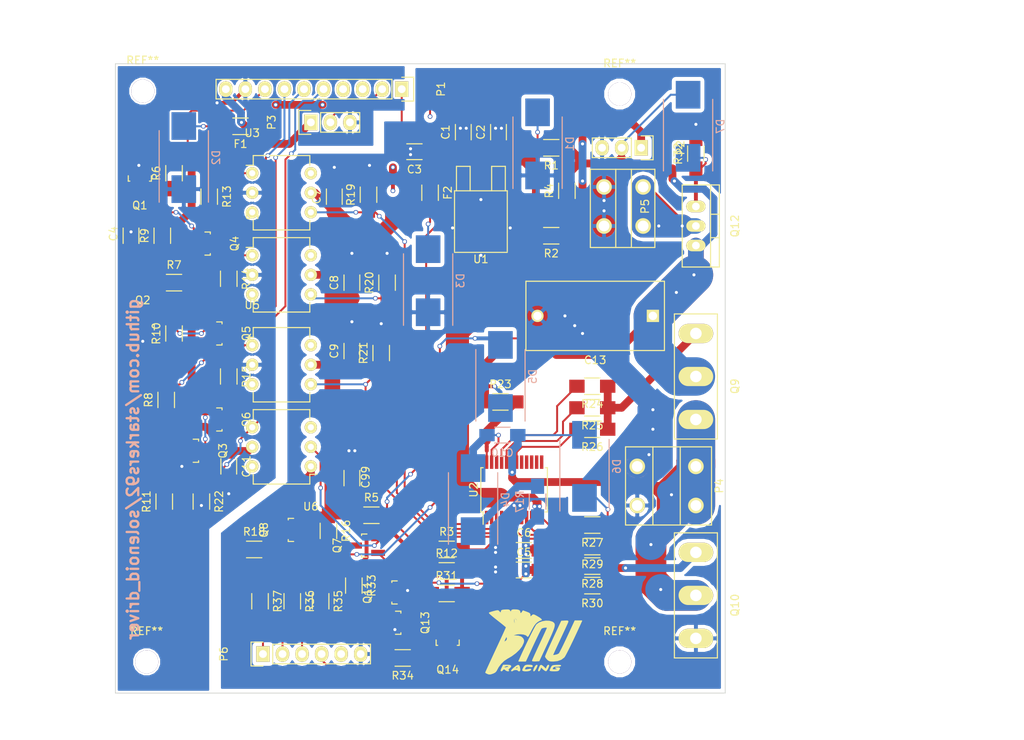
<source format=kicad_pcb>
(kicad_pcb (version 4) (host pcbnew "(after 2015-mar-04 BZR unknown)-product")
  (layers (0 F.Cu signal) (31 B.Cu signal) (34 B.Paste user) (35 F.Paste user) (36 B.SilkS user) (37 F.SilkS user) (38 B.Mask user) (39 F.Mask user) (44 Edge.Cuts user))
  (net 0 "")
  (net 1 +5VL)
  (net 2 "Net-(C1-Pad1)")
  (net 3 GND)
  (net 4 "Net-(C3-Pad1)")
  (net 5 GNDREF)
  (net 6 Vcc)
  (net 7 +5V)
  (net 8 "Net-(C10-Pad1)")
  (net 9 Vout1)
  (net 10 +12V)
  (net 11 "Net-(D4-Pad1)")
  (net 12 "Net-(D5-Pad1)")
  (net 13 "Net-(D6-Pad1)")
  (net 14 "Net-(D7-Pad1)")
  (net 15 "Net-(F1-Pad1)")
  (net 16 SY_FLT)
  (net 17 Temp)
  (net 18 "Net-(P1-Pad3)")
  (net 19 "Net-(P1-Pad4)")
  (net 20 FLT/SD_ISO)
  (net 21 "Net-(P1-Pad6)")
  (net 22 "Net-(P1-Pad7)")
  (net 23 "Net-(P1-Pad8)")
  (net 24 Vbat)
  (net 25 "Net-(P6-Pad1)")
  (net 26 "Net-(P6-Pad2)")
  (net 27 "Net-(P6-Pad3)")
  (net 28 "Net-(P6-Pad4)")
  (net 29 "Net-(P6-Pad5)")
  (net 30 "Net-(Q3-Pad1)")
  (net 31 "Net-(Q7-Pad2)")
  (net 32 "Net-(Q7-Pad1)")
  (net 33 "Net-(Q7-Pad3)")
  (net 34 "Net-(Q9-Pad1)")
  (net 35 "Net-(Q10-Pad1)")
  (net 36 "Net-(Q11-Pad1)")
  (net 37 FLT/SD)
  (net 38 "Net-(R13-Pad1)")
  (net 39 Hin1)
  (net 40 Lin1)
  (net 41 FLT_CLR1)
  (net 42 "Net-(R23-Pad2)")
  (net 43 "Net-(R24-Pad2)")
  (net 44 "Net-(R25-Pad2)")
  (net 45 "Net-(R26-Pad2)")
  (net 46 "Net-(R27-Pad2)")
  (net 47 "Net-(R28-Pad2)")
  (net 48 "Net-(U2-Pad13)")
  (net 49 "Net-(U2-Pad14)")
  (net 50 "Net-(U2-Pad15)")
  (net 51 "Net-(U2-Pad16)")
  (net 52 "Net-(U2-Pad17)")
  (net 53 "Net-(U2-Pad22)")
  (net 54 "Net-(U3-Pad6)")
  (net 55 "Net-(U4-Pad6)")
  (net 56 "Net-(U5-Pad6)")
  (net 57 "Net-(U6-Pad6)")
  (net 58 "Net-(Q1-Pad1)")
  (net 59 "Net-(Q2-Pad1)")
  (net 60 "Net-(R14-Pad1)")
  (net 61 "Net-(R15-Pad1)")
  (net 62 "Net-(R18-Pad1)")
  (net 63 "Net-(R29-Pad2)")
  (net 64 "Net-(R30-Pad2)")
  (net 65 "Net-(Q1-Pad3)")
  (net 66 "Net-(Q2-Pad3)")
  (net 67 "Net-(Q3-Pad3)")
  (net 68 "Net-(Q4-Pad3)")
  (net 69 "Net-(Q5-Pad3)")
  (net 70 "Net-(Q6-Pad3)")
  (net 71 "Net-(Q8-Pad3)")
  (net 72 "Net-(Q11-Pad3)")
  (net 73 "Net-(Q13-Pad3)")
  (net 74 "Net-(Q14-Pad3)")
  (module LOGO (layer F.Cu) (at 160.528 109.22)
    (fp_text reference G*** hide)
    (fp_text value LOGO hide)
  )
  (module Mounting_Holes:MountingHole_3mm (layer F.Cu) (at 110.236 111.76)
    (fp_text reference REF** (at 0 -4.0005) (layer F.SilkS))
    (fp_text value MountingHole_3mm)
    (pad 1 thru_hole circle (at 0 0) (size 3 3) (drill 3) (layers))
  )
  (module Mounting_Holes:MountingHole_3mm (layer F.Cu) (at 109.728 37.592)
    (fp_text reference REF** (at 0 -4.0005) (layer F.SilkS))
    (fp_text value MountingHole_3mm)
    (pad 1 thru_hole circle (at 0 0) (size 3 3) (drill 3) (layers))
  )
  (module Mounting_Holes:MountingHole_3mm (layer F.Cu) (at 171.704 111.76)
    (fp_text reference REF** (at 0 -4.0005) (layer F.SilkS))
    (fp_text value MountingHole_3mm)
    (pad 1 thru_hole circle (at 0 0) (size 3 3) (drill 3) (layers))
  )
  (module Pin_Headers:Pin_Header_Straight_1x02 (layer F.Cu) (at 174.752 55.118 270)
    (fp_text reference P5 (at -2.54 -0.254 270) (layer F.SilkS))
    (fp_text value CONN_01X02)
    (pad 1 thru_hole circle (at 0 0 270) (size 2.032 2.032) (drill 1.4) (layers *.Cu *.Mask F.SilkS) (net 24 Vbat))
    (pad 1 thru_hole circle (at -5.08 0 270) (size 2.032 2.032) (drill 1.4) (layers *.Cu *.Mask F.SilkS) (net 24 Vbat))
    (pad 2 thru_hole oval (at 0 5.08 270) (size 2.032 2.032) (drill 1.4) (layers *.Cu *.Mask F.SilkS) (net 3 GND))
    (pad 2 thru_hole oval (at -5.08 5.08 270) (size 2.032 2.032) (drill 1.4) (layers *.Cu *.Mask F.SilkS) (net 3 GND))
  )
  (module Housings_SOT-23_SOT-143_TSOT-6:SOT-23_Handsoldering (layer F.Cu) (at 109.347 48.641 180)
    (fp_text reference Q1 (at 0 -3.81 180) (layer F.SilkS))
    (fp_text value Q_NPN_BEC)
    (pad 1 smd rect (at -0.95 1.50114 180) (size 0.8001 1.80086) (layers F.Cu F.Paste F.Mask) (net 58 "Net-(Q1-Pad1)"))
    (pad 2 smd rect (at 0.95 1.50114 180) (size 0.8001 1.80086) (layers F.Cu F.Paste F.Mask) (net 5 GNDREF))
    (pad 3 smd rect (at 0 -1.50114 180) (size 0.8001 1.80086) (layers F.Cu F.Paste F.Mask) (net 65 "Net-(Q1-Pad3)"))
  )
  (module Pin_Headers:Pin_Header_Straight_1x02 (layer F.Cu) (at 181.61 91.44 270)
    (fp_text reference P4 (at -2.54 -3.048 270) (layer F.SilkS))
    (fp_text value CONN_01X02)
    (pad 1 thru_hole circle (at 0 0 270) (size 2.032 2.032) (drill 1.4) (layers *.Cu *.Mask F.SilkS) (net 9 Vout1))
    (pad 2 thru_hole oval (at 0 7.62 270) (size 2.032 2.032) (drill 1.4) (layers *.Cu *.Mask F.SilkS) (net 3 GND))
    (pad 1 thru_hole circle (at -5.08 0 270) (size 2.032 2.032) (drill 1.4) (layers *.Cu *.Mask F.SilkS) (net 9 Vout1))
    (pad 2 thru_hole oval (at -5.08 7.62 270) (size 2.032 2.032) (drill 1.4) (layers *.Cu *.Mask F.SilkS) (net 3 GND))
  )
  (module Capacitors_SMD:C_1206_HandSoldering (layer F.Cu) (at 151.384 42.926 90)
    (fp_text reference C1 (at 0 -2.3 90) (layer F.SilkS))
    (fp_text value 100n)
    (pad 1 smd rect (at -2 0 90) (size 2 1.6) (layers F.Cu F.Paste F.Mask) (net 2 "Net-(C1-Pad1)"))
    (pad 2 smd rect (at 2 0 90) (size 2 1.6) (layers F.Cu F.Paste F.Mask) (net 3 GND))
  )
  (module Capacitors_SMD:C_1206_HandSoldering (layer F.Cu) (at 155.956 42.926 90)
    (fp_text reference C2 (at 0 -2.3 90) (layer F.SilkS))
    (fp_text value 1u)
    (pad 1 smd rect (at -2 0 90) (size 2 1.6) (layers F.Cu F.Paste F.Mask) (net 2 "Net-(C1-Pad1)"))
    (pad 2 smd rect (at 2 0 90) (size 2 1.6) (layers F.Cu F.Paste F.Mask) (net 3 GND))
  )
  (module Capacitors_SMD:C_1206_HandSoldering (layer F.Cu) (at 145.034 45.466 180)
    (fp_text reference C3 (at 0 -2.3 180) (layer F.SilkS))
    (fp_text value 1u)
    (pad 1 smd rect (at -2 0 180) (size 2 1.6) (layers F.Cu F.Paste F.Mask) (net 4 "Net-(C3-Pad1)"))
    (pad 2 smd rect (at 2 0 180) (size 2 1.6) (layers F.Cu F.Paste F.Mask) (net 3 GND))
  )
  (module Capacitors_SMD:C_1206_HandSoldering (layer F.Cu) (at 108.204 56.388 270)
    (fp_text reference C4 (at -0.254 2.286 270) (layer F.SilkS))
    (fp_text value 100n)
    (pad 1 smd rect (at -2 0 270) (size 2 1.6) (layers F.Cu F.Paste F.Mask) (net 5 GNDREF))
    (pad 2 smd rect (at 2 0 270) (size 2 1.6) (layers F.Cu F.Paste F.Mask) (net 1 +5VL))
  )
  (module Capacitors_SMD:C_1206_HandSoldering (layer F.Cu) (at 159.258 99.822)
    (fp_text reference C5 (at 0 -2.3) (layer F.SilkS))
    (fp_text value 1n)
    (pad 1 smd rect (at -2 0) (size 2 1.6) (layers F.Cu F.Paste F.Mask) (net 3 GND))
    (pad 2 smd rect (at 2 0) (size 2 1.6) (layers F.Cu F.Paste F.Mask) (net 6 Vcc))
  )
  (module Capacitors_SMD:C_1206_HandSoldering (layer F.Cu) (at 159.258 97.282)
    (fp_text reference C6 (at 0 -2.3) (layer F.SilkS))
    (fp_text value 100n)
    (pad 1 smd rect (at -2 0) (size 2 1.6) (layers F.Cu F.Paste F.Mask) (net 3 GND))
    (pad 2 smd rect (at 2 0) (size 2 1.6) (layers F.Cu F.Paste F.Mask) (net 6 Vcc))
  )
  (module Capacitors_SMD:C_1206_HandSoldering (layer F.Cu) (at 134.62 51.308 90)
    (fp_text reference C7 (at 0 -2.3 90) (layer F.SilkS))
    (fp_text value 100n)
    (pad 1 smd rect (at -2 0 90) (size 2 1.6) (layers F.Cu F.Paste F.Mask) (net 7 +5V))
    (pad 2 smd rect (at 2 0 90) (size 2 1.6) (layers F.Cu F.Paste F.Mask) (net 3 GND))
  )
  (module Capacitors_SMD:C_1206_HandSoldering (layer F.Cu) (at 136.906 62.484 90)
    (fp_text reference C8 (at 0 -2.3 90) (layer F.SilkS))
    (fp_text value 100n)
    (pad 1 smd rect (at -2 0 90) (size 2 1.6) (layers F.Cu F.Paste F.Mask) (net 7 +5V))
    (pad 2 smd rect (at 2 0 90) (size 2 1.6) (layers F.Cu F.Paste F.Mask) (net 3 GND))
  )
  (module Capacitors_SMD:C_1206_HandSoldering (layer F.Cu) (at 136.906 71.374 90)
    (fp_text reference C9 (at 0 -2.3 90) (layer F.SilkS))
    (fp_text value 100n)
    (pad 1 smd rect (at -2 0 90) (size 2 1.6) (layers F.Cu F.Paste F.Mask) (net 7 +5V))
    (pad 2 smd rect (at 2 0 90) (size 2 1.6) (layers F.Cu F.Paste F.Mask) (net 3 GND))
  )
  (module Capacitors_SMD:C_1206_HandSoldering (layer B.Cu) (at 156.464 82.296)
    (fp_text reference C10 (at 0 2.3) (layer B.SilkS) (effects (justify mirror)))
    (fp_text value 470n)
    (pad 1 smd rect (at -2 0) (size 2 1.6) (layers B.Cu B.Paste B.Mask) (net 8 "Net-(C10-Pad1)"))
    (pad 2 smd rect (at 2 0) (size 2 1.6) (layers B.Cu B.Paste B.Mask) (net 9 Vout1))
  )
  (module Capacitors_SMD:C_1206_HandSoldering (layer F.Cu) (at 120.904 86.36 270)
    (fp_text reference C11 (at 0 -2.3 270) (layer F.SilkS))
    (fp_text value 100n)
    (pad 1 smd rect (at -2 0 270) (size 2 1.6) (layers F.Cu F.Paste F.Mask) (net 1 +5VL))
    (pad 2 smd rect (at 2 0 270) (size 2 1.6) (layers F.Cu F.Paste F.Mask) (net 5 GNDREF))
  )
  (module Resistors_SMD:R_1206_HandSoldering (layer F.Cu) (at 122.428 42.164 180)
    (fp_text reference F1 (at 0 -2.3 180) (layer F.SilkS))
    (fp_text value FUSE)
    (pad 1 smd rect (at -2 0 180) (size 2 1.7) (layers F.Cu F.Paste F.Mask) (net 15 "Net-(F1-Pad1)"))
    (pad 2 smd rect (at 2 0 180) (size 2 1.7) (layers F.Cu F.Paste F.Mask) (net 1 +5VL))
  )
  (module Resistors_SMD:R_1206_HandSoldering (layer F.Cu) (at 147.066 50.8 270)
    (fp_text reference F2 (at 0 -2.3 270) (layer F.SilkS))
    (fp_text value FUSE)
    (pad 1 smd rect (at -2 0 270) (size 2 1.7) (layers F.Cu F.Paste F.Mask) (net 4 "Net-(C3-Pad1)"))
    (pad 2 smd rect (at 2 0 270) (size 2 1.7) (layers F.Cu F.Paste F.Mask) (net 7 +5V))
  )
  (module Pin_Headers:Pin_Header_Straight_1x10 (layer F.Cu) (at 143.383 37.338 270)
    (fp_text reference P1 (at 0 -5.1 270) (layer F.SilkS))
    (fp_text value CONN_01X10)
    (pad 1 thru_hole rect (at 0 0 270) (size 2.032 1.7272) (drill 1.016) (layers *.Cu *.Mask F.SilkS) (net 16 SY_FLT))
    (pad 2 thru_hole oval (at 0 2.54 270) (size 2.032 1.7272) (drill 1.016) (layers *.Cu *.Mask F.SilkS) (net 17 Temp))
    (pad 3 thru_hole oval (at 0 5.08 270) (size 2.032 1.7272) (drill 1.016) (layers *.Cu *.Mask F.SilkS) (net 18 "Net-(P1-Pad3)"))
    (pad 4 thru_hole oval (at 0 7.62 270) (size 2.032 1.7272) (drill 1.016) (layers *.Cu *.Mask F.SilkS) (net 19 "Net-(P1-Pad4)"))
    (pad 5 thru_hole oval (at 0 10.16 270) (size 2.032 1.7272) (drill 1.016) (layers *.Cu *.Mask F.SilkS) (net 20 FLT/SD_ISO))
    (pad 6 thru_hole oval (at 0 12.7 270) (size 2.032 1.7272) (drill 1.016) (layers *.Cu *.Mask F.SilkS) (net 21 "Net-(P1-Pad6)"))
    (pad 7 thru_hole oval (at 0 15.24 270) (size 2.032 1.7272) (drill 1.016) (layers *.Cu *.Mask F.SilkS) (net 22 "Net-(P1-Pad7)"))
    (pad 8 thru_hole oval (at 0 17.78 270) (size 2.032 1.7272) (drill 1.016) (layers *.Cu *.Mask F.SilkS) (net 23 "Net-(P1-Pad8)"))
    (pad 9 thru_hole oval (at 0 20.32 270) (size 2.032 1.7272) (drill 1.016) (layers *.Cu *.Mask F.SilkS) (net 5 GNDREF))
    (pad 10 thru_hole oval (at 0 22.86 270) (size 2.032 1.7272) (drill 1.016) (layers *.Cu *.Mask F.SilkS) (net 15 "Net-(F1-Pad1)"))
  )
  (module Pin_Headers:Pin_Header_Straight_1x03 (layer F.Cu) (at 174.498 44.958 270)
    (fp_text reference P2 (at 0 -5.1 270) (layer F.SilkS))
    (fp_text value CONN_01X03)
    (pad 1 thru_hole rect (at 0 0 270) (size 2.032 1.7272) (drill 1.016) (layers *.Cu *.Mask F.SilkS) (net 6 Vcc))
    (pad 2 thru_hole oval (at 0 2.54 270) (size 2.032 1.7272) (drill 1.016) (layers *.Cu *.Mask F.SilkS) (net 10 +12V))
    (pad 3 thru_hole oval (at 0 5.08 270) (size 2.032 1.7272) (drill 1.016) (layers *.Cu *.Mask F.SilkS) (net 3 GND))
  )
  (module Pin_Headers:Pin_Header_Straight_1x03 (layer F.Cu) (at 131.572 41.656 90)
    (fp_text reference P3 (at 0 -5.1 90) (layer F.SilkS))
    (fp_text value CONN_01X03)
    (pad 1 thru_hole rect (at 0 0 90) (size 2.032 1.7272) (drill 1.016) (layers *.Cu *.Mask F.SilkS) (net 1 +5VL))
    (pad 2 thru_hole oval (at 0 2.54 90) (size 2.032 1.7272) (drill 1.016) (layers *.Cu *.Mask F.SilkS) (net 17 Temp))
    (pad 3 thru_hole oval (at 0 5.08 90) (size 2.032 1.7272) (drill 1.016) (layers *.Cu *.Mask F.SilkS) (net 5 GNDREF))
  )
  (module Pin_Headers:Pin_Header_Straight_1x06 (layer F.Cu) (at 125.349 110.744 90)
    (fp_text reference P6 (at 0 -5.1 90) (layer F.SilkS))
    (fp_text value CONN_01X06)
    (pad 1 thru_hole rect (at 0 0 90) (size 2.032 1.7272) (drill 1.016) (layers *.Cu *.Mask F.SilkS) (net 25 "Net-(P6-Pad1)"))
    (pad 2 thru_hole oval (at 0 2.54 90) (size 2.032 1.7272) (drill 1.016) (layers *.Cu *.Mask F.SilkS) (net 26 "Net-(P6-Pad2)"))
    (pad 3 thru_hole oval (at 0 5.08 90) (size 2.032 1.7272) (drill 1.016) (layers *.Cu *.Mask F.SilkS) (net 27 "Net-(P6-Pad3)"))
    (pad 4 thru_hole oval (at 0 7.62 90) (size 2.032 1.7272) (drill 1.016) (layers *.Cu *.Mask F.SilkS) (net 28 "Net-(P6-Pad4)"))
    (pad 5 thru_hole oval (at 0 10.16 90) (size 2.032 1.7272) (drill 1.016) (layers *.Cu *.Mask F.SilkS) (net 29 "Net-(P6-Pad5)"))
    (pad 6 thru_hole oval (at 0 12.7 90) (size 2.032 1.7272) (drill 1.016) (layers *.Cu *.Mask F.SilkS) (net 3 GND))
  )
  (module Transistors_TO-247:TO-247_Vertical_Neutral123 (layer F.Cu) (at 181.61 74.676 270)
    (fp_text reference Q9 (at 1.27 -5.08 270) (layer F.SilkS))
    (fp_text value Q_NMOS_GDS)
    (pad 2 thru_hole oval (at 0 0) (size 4.50088 2.49936) (drill 1.50114) (layers *.Cu *.Mask F.SilkS) (net 10 +12V))
    (pad 1 thru_hole oval (at -5.588 0) (size 4.50088 2.49936) (drill 1.50114) (layers *.Cu *.Mask F.SilkS) (net 34 "Net-(Q9-Pad1)"))
    (pad 3 thru_hole oval (at 5.588 0) (size 4.50088 2.49936) (drill 1.50114) (layers *.Cu *.Mask F.SilkS) (net 9 Vout1))
  )
  (module Transistors_TO-247:TO-247_Vertical_Neutral123 (layer F.Cu) (at 181.61 103.124 270)
    (fp_text reference Q10 (at 1.27 -5.08 270) (layer F.SilkS))
    (fp_text value Q_NMOS_GDS)
    (pad 2 thru_hole oval (at 0 0) (size 4.50088 2.49936) (drill 1.50114) (layers *.Cu *.Mask F.SilkS) (net 9 Vout1))
    (pad 1 thru_hole oval (at -5.588 0) (size 4.50088 2.49936) (drill 1.50114) (layers *.Cu *.Mask F.SilkS) (net 35 "Net-(Q10-Pad1)"))
    (pad 3 thru_hole oval (at 5.588 0) (size 4.50088 2.49936) (drill 1.50114) (layers *.Cu *.Mask F.SilkS) (net 3 GND))
  )
  (module Transistors_TO-220:TO-220_Neutral123_Vertical (layer F.Cu) (at 181.61 55.118 270)
    (fp_text reference Q12 (at 0 -5.08 270) (layer F.SilkS))
    (fp_text value Q_PMOS_GDS)
    (pad 2 thru_hole oval (at 0 0) (size 2.49936 1.50114) (drill 1.00076) (layers *.Cu *.Mask F.SilkS) (net 24 Vbat))
    (pad 1 thru_hole oval (at -2.54 0) (size 2.49936 1.50114) (drill 1.00076) (layers *.Cu *.Mask F.SilkS) (net 14 "Net-(D7-Pad1)"))
    (pad 3 thru_hole oval (at 2.54 0) (size 2.49936 1.50114) (drill 1.00076) (layers *.Cu *.Mask F.SilkS) (net 10 +12V))
  )
  (module Resistors_SMD:R_1206_HandSoldering (layer F.Cu) (at 162.814 44.958 180)
    (fp_text reference R1 (at 0 -2.3 180) (layer F.SilkS))
    (fp_text value 0)
    (pad 1 smd rect (at -2 0 180) (size 2 1.7) (layers F.Cu F.Paste F.Mask) (net 10 +12V))
    (pad 2 smd rect (at 2 0 180) (size 2 1.7) (layers F.Cu F.Paste F.Mask) (net 2 "Net-(C1-Pad1)"))
  )
  (module Resistors_SMD:R_1206_HandSoldering (layer F.Cu) (at 162.814 56.388 180)
    (fp_text reference R2 (at 0 -2.3 180) (layer F.SilkS))
    (fp_text value 0)
    (pad 1 smd rect (at -2 0 180) (size 2 1.7) (layers F.Cu F.Paste F.Mask) (net 6 Vcc))
    (pad 2 smd rect (at 2 0 180) (size 2 1.7) (layers F.Cu F.Paste F.Mask) (net 2 "Net-(C1-Pad1)"))
  )
  (module Resistors_SMD:R_1206_HandSoldering (layer F.Cu) (at 149.225 97.155)
    (fp_text reference R3 (at 0 -2.3) (layer F.SilkS))
    (fp_text value 10k)
    (pad 1 smd rect (at -2 0) (size 2 1.7) (layers F.Cu F.Paste F.Mask) (net 7 +5V))
    (pad 2 smd rect (at 2 0) (size 2 1.7) (layers F.Cu F.Paste F.Mask) (net 37 FLT/SD))
  )
  (module Resistors_SMD:R_1206_HandSoldering (layer F.Cu) (at 164.846 50.546 90)
    (fp_text reference R4 (at 0 -2.3 90) (layer F.SilkS))
    (fp_text value 0)
    (pad 1 smd rect (at -2 0 90) (size 2 1.7) (layers F.Cu F.Paste F.Mask) (net 6 Vcc))
    (pad 2 smd rect (at 2 0 90) (size 2 1.7) (layers F.Cu F.Paste F.Mask) (net 10 +12V))
  )
  (module Resistors_SMD:R_1206_HandSoldering (layer F.Cu) (at 139.446 92.71)
    (fp_text reference R5 (at 0 -2.3) (layer F.SilkS))
    (fp_text value 10k)
    (pad 1 smd rect (at -2 0) (size 2 1.7) (layers F.Cu F.Paste F.Mask) (net 7 +5V))
    (pad 2 smd rect (at 2 0) (size 2 1.7) (layers F.Cu F.Paste F.Mask) (net 16 SY_FLT))
  )
  (module Resistors_SMD:R_1206_HandSoldering (layer F.Cu) (at 113.792 48.26 90)
    (fp_text reference R6 (at 0 -2.3 90) (layer F.SilkS))
    (fp_text value 4.7k)
    (pad 1 smd rect (at -2 0 90) (size 2 1.7) (layers F.Cu F.Paste F.Mask) (net 58 "Net-(Q1-Pad1)"))
    (pad 2 smd rect (at 2 0 90) (size 2 1.7) (layers F.Cu F.Paste F.Mask) (net 23 "Net-(P1-Pad8)"))
  )
  (module Resistors_SMD:R_1206_HandSoldering (layer F.Cu) (at 113.792 62.484)
    (fp_text reference R7 (at 0 -2.3) (layer F.SilkS))
    (fp_text value 4.7k)
    (pad 1 smd rect (at -2 0) (size 2 1.7) (layers F.Cu F.Paste F.Mask) (net 59 "Net-(Q2-Pad1)"))
    (pad 2 smd rect (at 2 0) (size 2 1.7) (layers F.Cu F.Paste F.Mask) (net 22 "Net-(P1-Pad7)"))
  )
  (module Resistors_SMD:R_1206_HandSoldering (layer F.Cu) (at 112.776 77.724 90)
    (fp_text reference R8 (at 0 -2.3 90) (layer F.SilkS))
    (fp_text value 4.7k)
    (pad 1 smd rect (at -2 0 90) (size 2 1.7) (layers F.Cu F.Paste F.Mask) (net 30 "Net-(Q3-Pad1)"))
    (pad 2 smd rect (at 2 0 90) (size 2 1.7) (layers F.Cu F.Paste F.Mask) (net 21 "Net-(P1-Pad6)"))
  )
  (module Resistors_SMD:R_1206_HandSoldering (layer F.Cu) (at 112.268 56.388 90)
    (fp_text reference R9 (at 0 -2.3 90) (layer F.SilkS))
    (fp_text value 10k)
    (pad 1 smd rect (at -2 0 90) (size 2 1.7) (layers F.Cu F.Paste F.Mask) (net 1 +5VL))
    (pad 2 smd rect (at 2 0 90) (size 2 1.7) (layers F.Cu F.Paste F.Mask) (net 65 "Net-(Q1-Pad3)"))
  )
  (module Resistors_SMD:R_1206_HandSoldering (layer F.Cu) (at 113.792 69.088 90)
    (fp_text reference R10 (at 0 -2.3 90) (layer F.SilkS))
    (fp_text value 10k)
    (pad 1 smd rect (at -2 0 90) (size 2 1.7) (layers F.Cu F.Paste F.Mask) (net 1 +5VL))
    (pad 2 smd rect (at 2 0 90) (size 2 1.7) (layers F.Cu F.Paste F.Mask) (net 66 "Net-(Q2-Pad3)"))
  )
  (module Resistors_SMD:R_1206_HandSoldering (layer F.Cu) (at 112.522 90.932 90)
    (fp_text reference R11 (at 0 -2.3 90) (layer F.SilkS))
    (fp_text value 10k)
    (pad 1 smd rect (at -2 0 90) (size 2 1.7) (layers F.Cu F.Paste F.Mask) (net 1 +5VL))
    (pad 2 smd rect (at 2 0 90) (size 2 1.7) (layers F.Cu F.Paste F.Mask) (net 67 "Net-(Q3-Pad3)"))
  )
  (module Resistors_SMD:R_1206_HandSoldering (layer F.Cu) (at 149.225 99.949)
    (fp_text reference R12 (at 0 -2.3) (layer F.SilkS))
    (fp_text value 4.7k)
    (pad 1 smd rect (at -2 0) (size 2 1.7) (layers F.Cu F.Paste F.Mask) (net 32 "Net-(Q7-Pad1)"))
    (pad 2 smd rect (at 2 0) (size 2 1.7) (layers F.Cu F.Paste F.Mask) (net 37 FLT/SD))
  )
  (module Resistors_SMD:R_1206_HandSoldering (layer F.Cu) (at 118.364 51.308 270)
    (fp_text reference R13 (at 0 -2.3 270) (layer F.SilkS))
    (fp_text value 270)
    (pad 1 smd rect (at -2 0 270) (size 2 1.7) (layers F.Cu F.Paste F.Mask) (net 38 "Net-(R13-Pad1)"))
    (pad 2 smd rect (at 2 0 270) (size 2 1.7) (layers F.Cu F.Paste F.Mask) (net 68 "Net-(Q4-Pad3)"))
  )
  (module Resistors_SMD:R_1206_HandSoldering (layer F.Cu) (at 120.904 61.976 270)
    (fp_text reference R14 (at 0 -2.3 270) (layer F.SilkS))
    (fp_text value 270)
    (pad 1 smd rect (at -2 0 270) (size 2 1.7) (layers F.Cu F.Paste F.Mask) (net 60 "Net-(R14-Pad1)"))
    (pad 2 smd rect (at 2 0 270) (size 2 1.7) (layers F.Cu F.Paste F.Mask) (net 69 "Net-(Q5-Pad3)"))
  )
  (module Resistors_SMD:R_1206_HandSoldering (layer F.Cu) (at 120.904 74.676 270)
    (fp_text reference R15 (at 0 -2.3 270) (layer F.SilkS))
    (fp_text value 270)
    (pad 1 smd rect (at -2 0 270) (size 2 1.7) (layers F.Cu F.Paste F.Mask) (net 61 "Net-(R15-Pad1)"))
    (pad 2 smd rect (at 2 0 270) (size 2 1.7) (layers F.Cu F.Paste F.Mask) (net 70 "Net-(Q6-Pad3)"))
  )
  (module Resistors_SMD:R_1206_HandSoldering (layer F.Cu) (at 133.858 94.742 270)
    (fp_text reference R16 (at 0 -2.3 270) (layer F.SilkS))
    (fp_text value 10k)
    (pad 1 smd rect (at -2 0 270) (size 2 1.7) (layers F.Cu F.Paste F.Mask) (net 7 +5V))
    (pad 2 smd rect (at 2 0 270) (size 2 1.7) (layers F.Cu F.Paste F.Mask) (net 33 "Net-(Q7-Pad3)"))
  )
  (module Resistors_SMD:R_1206_HandSoldering (layer B.Cu) (at 161.036 90.932 270)
    (fp_text reference R17 (at 0 2.3 270) (layer B.SilkS) (effects (justify mirror)))
    (fp_text value 0)
    (pad 1 smd rect (at -2 0 270) (size 2 1.7) (layers B.Cu B.Paste B.Mask) (net 11 "Net-(D4-Pad1)"))
    (pad 2 smd rect (at 2 0 270) (size 2 1.7) (layers B.Cu B.Paste B.Mask) (net 6 Vcc))
  )
  (module Resistors_SMD:R_1206_HandSoldering (layer F.Cu) (at 124.206 97.155)
    (fp_text reference R18 (at 0 -2.3) (layer F.SilkS))
    (fp_text value 270)
    (pad 1 smd rect (at -2 0) (size 2 1.7) (layers F.Cu F.Paste F.Mask) (net 62 "Net-(R18-Pad1)"))
    (pad 2 smd rect (at 2 0) (size 2 1.7) (layers F.Cu F.Paste F.Mask) (net 71 "Net-(Q8-Pad3)"))
  )
  (module Resistors_SMD:R_1206_HandSoldering (layer F.Cu) (at 139.065 51.054 90)
    (fp_text reference R19 (at 0 -2.3 90) (layer F.SilkS))
    (fp_text value 1k)
    (pad 1 smd rect (at -2 0 90) (size 2 1.7) (layers F.Cu F.Paste F.Mask) (net 39 Hin1))
    (pad 2 smd rect (at 2 0 90) (size 2 1.7) (layers F.Cu F.Paste F.Mask) (net 3 GND))
  )
  (module Resistors_SMD:R_1206_HandSoldering (layer F.Cu) (at 141.478 62.484 90)
    (fp_text reference R20 (at 0 -2.3 90) (layer F.SilkS))
    (fp_text value 1k)
    (pad 1 smd rect (at -2 0 90) (size 2 1.7) (layers F.Cu F.Paste F.Mask) (net 40 Lin1))
    (pad 2 smd rect (at 2 0 90) (size 2 1.7) (layers F.Cu F.Paste F.Mask) (net 3 GND))
  )
  (module Resistors_SMD:R_1206_HandSoldering (layer F.Cu) (at 140.716 71.628 90)
    (fp_text reference R21 (at 0 -2.3 90) (layer F.SilkS))
    (fp_text value 1k)
    (pad 1 smd rect (at -2 0 90) (size 2 1.7) (layers F.Cu F.Paste F.Mask) (net 41 FLT_CLR1))
    (pad 2 smd rect (at 2 0 90) (size 2 1.7) (layers F.Cu F.Paste F.Mask) (net 3 GND))
  )
  (module Resistors_SMD:R_1206_HandSoldering (layer F.Cu) (at 117.348 90.932 270)
    (fp_text reference R22 (at 0 -2.3 270) (layer F.SilkS))
    (fp_text value 1k)
    (pad 1 smd rect (at -2 0 270) (size 2 1.7) (layers F.Cu F.Paste F.Mask) (net 20 FLT/SD_ISO))
    (pad 2 smd rect (at 2 0 270) (size 2 1.7) (layers F.Cu F.Paste F.Mask) (net 5 GNDREF))
  )
  (module Resistors_SMD:R_1206_HandSoldering (layer F.Cu) (at 156.21 77.978)
    (fp_text reference R23 (at 0 -2.3) (layer F.SilkS))
    (fp_text value 1k)
    (pad 1 smd rect (at -2 0) (size 2 1.7) (layers F.Cu F.Paste F.Mask) (net 12 "Net-(D5-Pad1)"))
    (pad 2 smd rect (at 2 0) (size 2 1.7) (layers F.Cu F.Paste F.Mask) (net 42 "Net-(R23-Pad2)"))
  )
  (module Resistors_SMD:R_1206_HandSoldering (layer F.Cu) (at 168.148 75.946 180)
    (fp_text reference R24 (at 0 -2.3 180) (layer F.SilkS))
    (fp_text value 20)
    (pad 1 smd rect (at -2 0 180) (size 2 1.7) (layers F.Cu F.Paste F.Mask) (net 34 "Net-(Q9-Pad1)"))
    (pad 2 smd rect (at 2 0 180) (size 2 1.7) (layers F.Cu F.Paste F.Mask) (net 43 "Net-(R24-Pad2)"))
  )
  (module Resistors_SMD:R_1206_HandSoldering (layer F.Cu) (at 168.148 78.74 180)
    (fp_text reference R25 (at 0 -2.3 180) (layer F.SilkS))
    (fp_text value 20)
    (pad 1 smd rect (at -2 0 180) (size 2 1.7) (layers F.Cu F.Paste F.Mask) (net 34 "Net-(Q9-Pad1)"))
    (pad 2 smd rect (at 2 0 180) (size 2 1.7) (layers F.Cu F.Paste F.Mask) (net 44 "Net-(R25-Pad2)"))
  )
  (module Resistors_SMD:R_1206_HandSoldering (layer F.Cu) (at 168.148 81.534 180)
    (fp_text reference R26 (at 0 -2.3 180) (layer F.SilkS))
    (fp_text value 100)
    (pad 1 smd rect (at -2 0 180) (size 2 1.7) (layers F.Cu F.Paste F.Mask) (net 34 "Net-(Q9-Pad1)"))
    (pad 2 smd rect (at 2 0 180) (size 2 1.7) (layers F.Cu F.Paste F.Mask) (net 45 "Net-(R26-Pad2)"))
  )
  (module Resistors_SMD:R_1206_HandSoldering (layer F.Cu) (at 168.148 93.98 180)
    (fp_text reference R27 (at 0 -2.3 180) (layer F.SilkS))
    (fp_text value 1k)
    (pad 1 smd rect (at -2 0 180) (size 2 1.7) (layers F.Cu F.Paste F.Mask) (net 13 "Net-(D6-Pad1)"))
    (pad 2 smd rect (at 2 0 180) (size 2 1.7) (layers F.Cu F.Paste F.Mask) (net 46 "Net-(R27-Pad2)"))
  )
  (module Resistors_SMD:R_1206_HandSoldering (layer F.Cu) (at 168.148 99.314 180)
    (fp_text reference R28 (at 0 -2.3 180) (layer F.SilkS))
    (fp_text value 20)
    (pad 1 smd rect (at -2 0 180) (size 2 1.7) (layers F.Cu F.Paste F.Mask) (net 35 "Net-(Q10-Pad1)"))
    (pad 2 smd rect (at 2 0 180) (size 2 1.7) (layers F.Cu F.Paste F.Mask) (net 47 "Net-(R28-Pad2)"))
  )
  (module Resistors_SMD:R_1206_HandSoldering (layer F.Cu) (at 168.148 96.774 180)
    (fp_text reference R29 (at 0 -2.3 180) (layer F.SilkS))
    (fp_text value 20)
    (pad 1 smd rect (at -2 0 180) (size 2 1.7) (layers F.Cu F.Paste F.Mask) (net 35 "Net-(Q10-Pad1)"))
    (pad 2 smd rect (at 2 0 180) (size 2 1.7) (layers F.Cu F.Paste F.Mask) (net 63 "Net-(R29-Pad2)"))
  )
  (module Resistors_SMD:R_1206_HandSoldering (layer F.Cu) (at 168.148 101.854 180)
    (fp_text reference R30 (at 0 -2.3 180) (layer F.SilkS))
    (fp_text value 100)
    (pad 1 smd rect (at -2 0 180) (size 2 1.7) (layers F.Cu F.Paste F.Mask) (net 35 "Net-(Q10-Pad1)"))
    (pad 2 smd rect (at 2 0 180) (size 2 1.7) (layers F.Cu F.Paste F.Mask) (net 64 "Net-(R30-Pad2)"))
  )
  (module Resistors_SMD:R_1206_HandSoldering (layer F.Cu) (at 149.225 102.87)
    (fp_text reference R31 (at 0 -2.3) (layer F.SilkS))
    (fp_text value 10k)
    (pad 1 smd rect (at -2 0) (size 2 1.7) (layers F.Cu F.Paste F.Mask) (net 36 "Net-(Q11-Pad1)"))
    (pad 2 smd rect (at 2 0) (size 2 1.7) (layers F.Cu F.Paste F.Mask) (net 37 FLT/SD))
  )
  (module Resistors_SMD:R_1206_HandSoldering (layer F.Cu) (at 181.61 45.72 90)
    (fp_text reference R32 (at 0 -2.3 90) (layer F.SilkS))
    (fp_text value 1k)
    (pad 1 smd rect (at -2 0 90) (size 2 1.7) (layers F.Cu F.Paste F.Mask) (net 14 "Net-(D7-Pad1)"))
    (pad 2 smd rect (at 2 0 90) (size 2 1.7) (layers F.Cu F.Paste F.Mask) (net 3 GND))
  )
  (module Resistors_SMD:R_1206_HandSoldering (layer F.Cu) (at 137.16 101.854 270)
    (fp_text reference R33 (at 0 -2.3 270) (layer F.SilkS))
    (fp_text value 10k)
    (pad 1 smd rect (at -2 0 270) (size 2 1.7) (layers F.Cu F.Paste F.Mask) (net 7 +5V))
    (pad 2 smd rect (at 2 0 270) (size 2 1.7) (layers F.Cu F.Paste F.Mask) (net 72 "Net-(Q11-Pad3)"))
  )
  (module Resistors_SMD:R_1206_HandSoldering (layer F.Cu) (at 143.51 111.252 180)
    (fp_text reference R34 (at 0 -2.3 180) (layer F.SilkS))
    (fp_text value 330)
    (pad 1 smd rect (at -2 0 180) (size 2 1.7) (layers F.Cu F.Paste F.Mask) (net 28 "Net-(P6-Pad4)"))
    (pad 2 smd rect (at 2 0 180) (size 2 1.7) (layers F.Cu F.Paste F.Mask) (net 74 "Net-(Q14-Pad3)"))
  )
  (module Resistors_SMD:R_1206_HandSoldering (layer F.Cu) (at 132.842 103.886 270)
    (fp_text reference R35 (at 0 -2.3 270) (layer F.SilkS))
    (fp_text value 1k)
    (pad 1 smd rect (at -2 0 270) (size 2 1.7) (layers F.Cu F.Paste F.Mask) (net 6 Vcc))
    (pad 2 smd rect (at 2 0 270) (size 2 1.7) (layers F.Cu F.Paste F.Mask) (net 27 "Net-(P6-Pad3)"))
  )
  (module Housings_SSOP:SSOP-24_5.3x8.2mm_Pitch0.65mm (layer F.Cu) (at 157.988 89.408 90)
    (fp_text reference U2 (at 0 -5.25 90) (layer F.SilkS))
    (fp_text value IRS2114)
    (pad 1 smd rect (at -3.6 -3.575 90) (size 1.75 0.45) (layers F.Cu F.Paste F.Mask) (net 39 Hin1))
    (pad 2 smd rect (at -3.6 -2.925 90) (size 1.75 0.45) (layers F.Cu F.Paste F.Mask) (net 40 Lin1))
    (pad 3 smd rect (at -3.6 -2.275 90) (size 1.75 0.45) (layers F.Cu F.Paste F.Mask) (net 41 FLT_CLR1))
    (pad 4 smd rect (at -3.6 -1.625 90) (size 1.75 0.45) (layers F.Cu F.Paste F.Mask) (net 16 SY_FLT))
    (pad 5 smd rect (at -3.6 -0.975 90) (size 1.75 0.45) (layers F.Cu F.Paste F.Mask) (net 37 FLT/SD))
    (pad 6 smd rect (at -3.6 -0.325 90) (size 1.75 0.45) (layers F.Cu F.Paste F.Mask) (net 3 GND))
    (pad 7 smd rect (at -3.6 0.325 90) (size 1.75 0.45) (layers F.Cu F.Paste F.Mask) (net 64 "Net-(R30-Pad2)"))
    (pad 8 smd rect (at -3.6 0.975 90) (size 1.75 0.45) (layers F.Cu F.Paste F.Mask) (net 3 GND))
    (pad 9 smd rect (at -3.6 1.625 90) (size 1.75 0.45) (layers F.Cu F.Paste F.Mask) (net 47 "Net-(R28-Pad2)"))
    (pad 10 smd rect (at -3.6 2.275 90) (size 1.75 0.45) (layers F.Cu F.Paste F.Mask) (net 63 "Net-(R29-Pad2)"))
    (pad 11 smd rect (at -3.6 2.925 90) (size 1.75 0.45) (layers F.Cu F.Paste F.Mask) (net 6 Vcc))
    (pad 12 smd rect (at -3.6 3.575 90) (size 1.75 0.45) (layers F.Cu F.Paste F.Mask) (net 46 "Net-(R27-Pad2)"))
    (pad 13 smd rect (at 3.6 3.575 90) (size 1.75 0.45) (layers F.Cu F.Paste F.Mask) (net 48 "Net-(U2-Pad13)"))
    (pad 14 smd rect (at 3.6 2.925 90) (size 1.75 0.45) (layers F.Cu F.Paste F.Mask) (net 49 "Net-(U2-Pad14)"))
    (pad 15 smd rect (at 3.6 2.275 90) (size 1.75 0.45) (layers F.Cu F.Paste F.Mask) (net 50 "Net-(U2-Pad15)"))
    (pad 16 smd rect (at 3.6 1.625 90) (size 1.75 0.45) (layers F.Cu F.Paste F.Mask) (net 51 "Net-(U2-Pad16)"))
    (pad 17 smd rect (at 3.6 0.975 90) (size 1.75 0.45) (layers F.Cu F.Paste F.Mask) (net 52 "Net-(U2-Pad17)"))
    (pad 18 smd rect (at 3.6 0.325 90) (size 1.75 0.45) (layers F.Cu F.Paste F.Mask) (net 45 "Net-(R26-Pad2)"))
    (pad 19 smd rect (at 3.6 -0.325 90) (size 1.75 0.45) (layers F.Cu F.Paste F.Mask) (net 9 Vout1))
    (pad 20 smd rect (at 3.6 -0.975 90) (size 1.75 0.45) (layers F.Cu F.Paste F.Mask) (net 44 "Net-(R25-Pad2)"))
    (pad 21 smd rect (at 3.6 -1.625 90) (size 1.75 0.45) (layers F.Cu F.Paste F.Mask) (net 43 "Net-(R24-Pad2)"))
    (pad 22 smd rect (at 3.6 -2.275 90) (size 1.75 0.45) (layers F.Cu F.Paste F.Mask) (net 53 "Net-(U2-Pad22)"))
    (pad 23 smd rect (at 3.6 -2.925 90) (size 1.75 0.45) (layers F.Cu F.Paste F.Mask) (net 8 "Net-(C10-Pad1)"))
    (pad 24 smd rect (at 3.6 -3.575 90) (size 1.75 0.45) (layers F.Cu F.Paste F.Mask) (net 42 "Net-(R23-Pad2)"))
  )
  (module Housings_DIP:DIP-6_W7.62mm (layer F.Cu) (at 123.952 48.26)
    (fp_text reference U3 (at 0 -5.22) (layer F.SilkS))
    (fp_text value 4N25)
    (pad 1 thru_hole oval (at 0 0) (size 1.6 1.6) (drill 0.8) (layers *.Cu *.Mask F.SilkS) (net 38 "Net-(R13-Pad1)"))
    (pad 2 thru_hole oval (at 0 2.54) (size 1.6 1.6) (drill 0.8) (layers *.Cu *.Mask F.SilkS) (net 5 GNDREF))
    (pad 3 thru_hole oval (at 0 5.08) (size 1.6 1.6) (drill 0.8) (layers *.Cu *.Mask F.SilkS))
    (pad 4 thru_hole oval (at 7.62 5.08) (size 1.6 1.6) (drill 0.8) (layers *.Cu *.Mask F.SilkS) (net 39 Hin1))
    (pad 5 thru_hole oval (at 7.62 2.54) (size 1.6 1.6) (drill 0.8) (layers *.Cu *.Mask F.SilkS) (net 7 +5V))
    (pad 6 thru_hole oval (at 7.62 0) (size 1.6 1.6) (drill 0.8) (layers *.Cu *.Mask F.SilkS) (net 54 "Net-(U3-Pad6)"))
  )
  (module Housings_DIP:DIP-6_W7.62mm (layer F.Cu) (at 123.952 58.928)
    (fp_text reference U4 (at 0 -5.22) (layer F.SilkS))
    (fp_text value 4N25)
    (pad 1 thru_hole oval (at 0 0) (size 1.6 1.6) (drill 0.8) (layers *.Cu *.Mask F.SilkS) (net 60 "Net-(R14-Pad1)"))
    (pad 2 thru_hole oval (at 0 2.54) (size 1.6 1.6) (drill 0.8) (layers *.Cu *.Mask F.SilkS) (net 5 GNDREF))
    (pad 3 thru_hole oval (at 0 5.08) (size 1.6 1.6) (drill 0.8) (layers *.Cu *.Mask F.SilkS))
    (pad 4 thru_hole oval (at 7.62 5.08) (size 1.6 1.6) (drill 0.8) (layers *.Cu *.Mask F.SilkS) (net 40 Lin1))
    (pad 5 thru_hole oval (at 7.62 2.54) (size 1.6 1.6) (drill 0.8) (layers *.Cu *.Mask F.SilkS) (net 7 +5V))
    (pad 6 thru_hole oval (at 7.62 0) (size 1.6 1.6) (drill 0.8) (layers *.Cu *.Mask F.SilkS) (net 55 "Net-(U4-Pad6)"))
  )
  (module Housings_DIP:DIP-6_W7.62mm (layer F.Cu) (at 123.952 70.612)
    (fp_text reference U5 (at 0 -5.22) (layer F.SilkS))
    (fp_text value 4N25)
    (pad 1 thru_hole oval (at 0 0) (size 1.6 1.6) (drill 0.8) (layers *.Cu *.Mask F.SilkS) (net 61 "Net-(R15-Pad1)"))
    (pad 2 thru_hole oval (at 0 2.54) (size 1.6 1.6) (drill 0.8) (layers *.Cu *.Mask F.SilkS) (net 5 GNDREF))
    (pad 3 thru_hole oval (at 0 5.08) (size 1.6 1.6) (drill 0.8) (layers *.Cu *.Mask F.SilkS))
    (pad 4 thru_hole oval (at 7.62 5.08) (size 1.6 1.6) (drill 0.8) (layers *.Cu *.Mask F.SilkS) (net 41 FLT_CLR1))
    (pad 5 thru_hole oval (at 7.62 2.54) (size 1.6 1.6) (drill 0.8) (layers *.Cu *.Mask F.SilkS) (net 7 +5V))
    (pad 6 thru_hole oval (at 7.62 0) (size 1.6 1.6) (drill 0.8) (layers *.Cu *.Mask F.SilkS) (net 56 "Net-(U5-Pad6)"))
  )
  (module Housings_DIP:DIP-6_W7.62mm (layer F.Cu) (at 131.572 86.36 180)
    (fp_text reference U6 (at 0 -5.22 180) (layer F.SilkS))
    (fp_text value 4N25)
    (pad 1 thru_hole oval (at 0 0 180) (size 1.6 1.6) (drill 0.8) (layers *.Cu *.Mask F.SilkS) (net 62 "Net-(R18-Pad1)"))
    (pad 2 thru_hole oval (at 0 2.54 180) (size 1.6 1.6) (drill 0.8) (layers *.Cu *.Mask F.SilkS) (net 31 "Net-(Q7-Pad2)"))
    (pad 3 thru_hole oval (at 0 5.08 180) (size 1.6 1.6) (drill 0.8) (layers *.Cu *.Mask F.SilkS))
    (pad 4 thru_hole oval (at 7.62 5.08 180) (size 1.6 1.6) (drill 0.8) (layers *.Cu *.Mask F.SilkS) (net 20 FLT/SD_ISO))
    (pad 5 thru_hole oval (at 7.62 2.54 180) (size 1.6 1.6) (drill 0.8) (layers *.Cu *.Mask F.SilkS) (net 1 +5VL))
    (pad 6 thru_hole oval (at 7.62 0 180) (size 1.6 1.6) (drill 0.8) (layers *.Cu *.Mask F.SilkS) (net 57 "Net-(U6-Pad6)"))
  )
  (module Resistors_SMD:R_1206_HandSoldering (layer F.Cu) (at 129.159 103.886 270)
    (fp_text reference R36 (at 0 -2.3 270) (layer F.SilkS))
    (fp_text value 1k)
    (pad 1 smd rect (at -2 0 270) (size 2 1.7) (layers F.Cu F.Paste F.Mask) (net 10 +12V))
    (pad 2 smd rect (at 2 0 270) (size 2 1.7) (layers F.Cu F.Paste F.Mask) (net 26 "Net-(P6-Pad2)"))
  )
  (module Resistors_SMD:R_1206_HandSoldering (layer F.Cu) (at 124.968 103.886 270)
    (fp_text reference R37 (at 0 -2.3 270) (layer F.SilkS))
    (fp_text value 330)
    (pad 1 smd rect (at -2 0 270) (size 2 1.7) (layers F.Cu F.Paste F.Mask) (net 7 +5V))
    (pad 2 smd rect (at 2 0 270) (size 2 1.7) (layers F.Cu F.Paste F.Mask) (net 25 "Net-(P6-Pad1)"))
  )
  (module Housings_SOT-23_SOT-143_TSOT-6:SOT-23_Handsoldering (layer F.Cu) (at 149.352 108.966 180)
    (fp_text reference Q14 (at 0 -3.81 180) (layer F.SilkS))
    (fp_text value Q_PNP_BEC)
    (pad 1 smd rect (at -0.95 1.50114 180) (size 0.8001 1.80086) (layers F.Cu F.Paste F.Mask) (net 73 "Net-(Q13-Pad3)"))
    (pad 2 smd rect (at 0.95 1.50114 180) (size 0.8001 1.80086) (layers F.Cu F.Paste F.Mask) (net 7 +5V))
    (pad 3 smd rect (at 0 -1.50114 180) (size 0.8001 1.80086) (layers F.Cu F.Paste F.Mask) (net 74 "Net-(Q14-Pad3)"))
  )
  (module Housings_SOT-23_SOT-143_TSOT-6:SOT-23_Handsoldering (layer F.Cu) (at 142.621 106.68 270)
    (fp_text reference Q13 (at 0 -3.81 270) (layer F.SilkS))
    (fp_text value Q_NPN_BEC)
    (pad 1 smd rect (at -0.95 1.50114 270) (size 0.8001 1.80086) (layers F.Cu F.Paste F.Mask) (net 72 "Net-(Q11-Pad3)"))
    (pad 2 smd rect (at 0.95 1.50114 270) (size 0.8001 1.80086) (layers F.Cu F.Paste F.Mask) (net 3 GND))
    (pad 3 smd rect (at 0 -1.50114 270) (size 0.8001 1.80086) (layers F.Cu F.Paste F.Mask) (net 73 "Net-(Q13-Pad3)"))
  )
  (module Housings_SOT-23_SOT-143_TSOT-6:SOT-23_Handsoldering (layer F.Cu) (at 142.748 102.743 90)
    (fp_text reference Q11 (at 0 -3.81 90) (layer F.SilkS))
    (fp_text value Q_NPN_BEC)
    (pad 1 smd rect (at -0.95 1.50114 90) (size 0.8001 1.80086) (layers F.Cu F.Paste F.Mask) (net 36 "Net-(Q11-Pad1)"))
    (pad 2 smd rect (at 0.95 1.50114 90) (size 0.8001 1.80086) (layers F.Cu F.Paste F.Mask) (net 3 GND))
    (pad 3 smd rect (at 0 -1.50114 90) (size 0.8001 1.80086) (layers F.Cu F.Paste F.Mask) (net 72 "Net-(Q11-Pad3)"))
  )
  (module Housings_SOT-23_SOT-143_TSOT-6:SOT-23_Handsoldering (layer F.Cu) (at 129.286 94.615 90)
    (fp_text reference Q8 (at 0 -3.81 90) (layer F.SilkS))
    (fp_text value Q_PNP_BEC)
    (pad 1 smd rect (at -0.95 1.50114 90) (size 0.8001 1.80086) (layers F.Cu F.Paste F.Mask) (net 33 "Net-(Q7-Pad3)"))
    (pad 2 smd rect (at 0.95 1.50114 90) (size 0.8001 1.80086) (layers F.Cu F.Paste F.Mask) (net 7 +5V))
    (pad 3 smd rect (at 0 -1.50114 90) (size 0.8001 1.80086) (layers F.Cu F.Paste F.Mask) (net 71 "Net-(Q8-Pad3)"))
  )
  (module Housings_SOT-23_SOT-143_TSOT-6:SOT-23_Handsoldering (layer F.Cu) (at 138.811 96.647 90)
    (fp_text reference Q7 (at 0 -3.81 90) (layer F.SilkS))
    (fp_text value Q_NPN_BEC)
    (pad 1 smd rect (at -0.95 1.50114 90) (size 0.8001 1.80086) (layers F.Cu F.Paste F.Mask) (net 32 "Net-(Q7-Pad1)"))
    (pad 2 smd rect (at 0.95 1.50114 90) (size 0.8001 1.80086) (layers F.Cu F.Paste F.Mask) (net 31 "Net-(Q7-Pad2)"))
    (pad 3 smd rect (at 0 -1.50114 90) (size 0.8001 1.80086) (layers F.Cu F.Paste F.Mask) (net 33 "Net-(Q7-Pad3)"))
  )
  (module Housings_SOT-23_SOT-143_TSOT-6:SOT-23_Handsoldering (layer F.Cu) (at 119.38 80.264 270)
    (fp_text reference Q6 (at 0 -3.81 270) (layer F.SilkS))
    (fp_text value Q_PNP_BEC)
    (pad 1 smd rect (at -0.95 1.50114 270) (size 0.8001 1.80086) (layers F.Cu F.Paste F.Mask) (net 67 "Net-(Q3-Pad3)"))
    (pad 2 smd rect (at 0.95 1.50114 270) (size 0.8001 1.80086) (layers F.Cu F.Paste F.Mask) (net 1 +5VL))
    (pad 3 smd rect (at 0 -1.50114 270) (size 0.8001 1.80086) (layers F.Cu F.Paste F.Mask) (net 70 "Net-(Q6-Pad3)"))
  )
  (module Housings_SOT-23_SOT-143_TSOT-6:SOT-23_Handsoldering (layer F.Cu) (at 119.38 69.088 270)
    (fp_text reference Q5 (at 0 -3.81 270) (layer F.SilkS))
    (fp_text value Q_PNP_BEC)
    (pad 1 smd rect (at -0.95 1.50114 270) (size 0.8001 1.80086) (layers F.Cu F.Paste F.Mask) (net 66 "Net-(Q2-Pad3)"))
    (pad 2 smd rect (at 0.95 1.50114 270) (size 0.8001 1.80086) (layers F.Cu F.Paste F.Mask) (net 1 +5VL))
    (pad 3 smd rect (at 0 -1.50114 270) (size 0.8001 1.80086) (layers F.Cu F.Paste F.Mask) (net 69 "Net-(Q5-Pad3)"))
  )
  (module Housings_SOT-23_SOT-143_TSOT-6:SOT-23_Handsoldering (layer F.Cu) (at 117.856 57.404 270)
    (fp_text reference Q4 (at 0 -3.81 270) (layer F.SilkS))
    (fp_text value Q_PNP_BEC)
    (pad 1 smd rect (at -0.95 1.50114 270) (size 0.8001 1.80086) (layers F.Cu F.Paste F.Mask) (net 65 "Net-(Q1-Pad3)"))
    (pad 2 smd rect (at 0.95 1.50114 270) (size 0.8001 1.80086) (layers F.Cu F.Paste F.Mask) (net 1 +5VL))
    (pad 3 smd rect (at 0 -1.50114 270) (size 0.8001 1.80086) (layers F.Cu F.Paste F.Mask) (net 68 "Net-(Q4-Pad3)"))
  )
  (module Housings_SOT-23_SOT-143_TSOT-6:SOT-23_Handsoldering (layer F.Cu) (at 116.332 84.328 270)
    (fp_text reference Q3 (at 0 -3.81 270) (layer F.SilkS))
    (fp_text value Q_NPN_BEC)
    (pad 1 smd rect (at -0.95 1.50114 270) (size 0.8001 1.80086) (layers F.Cu F.Paste F.Mask) (net 30 "Net-(Q3-Pad1)"))
    (pad 2 smd rect (at 0.95 1.50114 270) (size 0.8001 1.80086) (layers F.Cu F.Paste F.Mask) (net 5 GNDREF))
    (pad 3 smd rect (at 0 -1.50114 270) (size 0.8001 1.80086) (layers F.Cu F.Paste F.Mask) (net 67 "Net-(Q3-Pad3)"))
  )
  (module Housings_SOT-23_SOT-143_TSOT-6:SOT-23_Handsoldering (layer F.Cu) (at 109.728 68.58)
    (fp_text reference Q2 (at 0 -3.81) (layer F.SilkS))
    (fp_text value Q_NPN_BEC)
    (pad 1 smd rect (at -0.95 1.50114) (size 0.8001 1.80086) (layers F.Cu F.Paste F.Mask) (net 59 "Net-(Q2-Pad1)"))
    (pad 2 smd rect (at 0.95 1.50114) (size 0.8001 1.80086) (layers F.Cu F.Paste F.Mask) (net 5 GNDREF))
    (pad 3 smd rect (at 0 -1.50114) (size 0.8001 1.80086) (layers F.Cu F.Paste F.Mask) (net 66 "Net-(Q2-Pad3)"))
  )
  (module SMD_Packages:DPAK-2 (layer F.Cu) (at 153.67 49.022 180)
    (fp_text reference U1 (at 0 -10.414 180) (layer F.SilkS))
    (fp_text value 7805)
    (pad 1 smd rect (at -2.286 0 180) (size 1.651 3.048) (layers F.Cu F.Paste F.Mask) (net 2 "Net-(C1-Pad1)"))
    (pad 2 smd rect (at 0 -6.35 180) (size 6.096 6.096) (layers F.Cu F.Paste F.Mask) (net 3 GND))
    (pad 3 smd rect (at 2.286 0 180) (size 1.651 3.048) (layers F.Cu F.Paste F.Mask) (net 4 "Net-(C3-Pad1)"))
  )
  (module Capacitors_ThroughHole:C_Rect_L18_W9_H15_P15 (layer F.Cu) (at 176.022 66.802 180)
    (fp_text reference C13 (at 7.5 -5.75 180) (layer F.SilkS))
    (fp_text value 330n)
    (pad 1 thru_hole rect (at 0 0 180) (size 1.6 1.6) (drill 1.1) (layers *.Cu *.Mask F.SilkS) (net 10 +12V))
    (pad 2 thru_hole circle (at 15 0 180) (size 1.6 1.6) (drill 1.1) (layers *.Cu *.Mask F.SilkS) (net 3 GND))
  )
  (module Mounting_Holes:MountingHole_3mm (layer F.Cu) (at 171.704 37.973)
    (fp_text reference REF** (at 0 -4.0005) (layer F.SilkS))
    (fp_text value MountingHole_3mm)
    (pad 1 thru_hole circle (at 0 0) (size 3 3) (drill 3) (layers))
  )
  (module Diodes_SMD:Diode-DO-214AB_Handsoldering (layer B.Cu) (at 180.594 42.164 90)
    (fp_text reference D7 (at 0 4.2 90) (layer B.SilkS) (effects (justify mirror)))
    (fp_text value ZENER)
    (pad 2 smd rect (at 4.1 0 90) (size 3.6 3.2) (layers B.Cu B.Paste B.Mask) (net 10 +12V))
    (pad 1 smd rect (at -4.1 0 90) (size 3.6 3.2) (layers B.Cu B.Paste B.Mask) (net 14 "Net-(D7-Pad1)"))
  )
  (module Diodes_SMD:Diode-DO-214AB_Handsoldering (layer B.Cu) (at 146.812 62.23 90)
    (fp_text reference D3 (at 0 4.2 90) (layer B.SilkS) (effects (justify mirror)))
    (fp_text value ZENER)
    (pad 2 smd rect (at 4.1 0 90) (size 3.6 3.2) (layers B.Cu B.Paste B.Mask) (net 7 +5V))
    (pad 1 smd rect (at -4.1 0 90) (size 3.6 3.2) (layers B.Cu B.Paste B.Mask) (net 3 GND))
  )
  (module Diodes_SMD:Diode-DO-214AB_Handsoldering (layer B.Cu) (at 115.062 46.228 90)
    (fp_text reference D2 (at 0 4.2 90) (layer B.SilkS) (effects (justify mirror)))
    (fp_text value ZENER)
    (pad 2 smd rect (at 4.1 0 90) (size 3.6 3.2) (layers B.Cu B.Paste B.Mask) (net 1 +5VL))
    (pad 1 smd rect (at -4.1 0 90) (size 3.6 3.2) (layers B.Cu B.Paste B.Mask) (net 5 GNDREF))
  )
  (module Diodes_SMD:Diode-DO-214AB_Handsoldering (layer B.Cu) (at 161.036 44.45 90)
    (fp_text reference D1 (at 0 4.2 90) (layer B.SilkS) (effects (justify mirror)))
    (fp_text value ZENER)
    (pad 2 smd rect (at 4.1 0 90) (size 3.6 3.2) (layers B.Cu B.Paste B.Mask) (net 2 "Net-(C1-Pad1)"))
    (pad 1 smd rect (at -4.1 0 90) (size 3.6 3.2) (layers B.Cu B.Paste B.Mask) (net 3 GND))
  )
  (module Diodes_SMD:Diode-DO-214AB_Handsoldering (layer B.Cu) (at 167.132 86.36 90)
    (fp_text reference D6 (at 0 4.2 90) (layer B.SilkS) (effects (justify mirror)))
    (fp_text value DIODESCH)
    (pad 2 smd rect (at 4.1 0 90) (size 3.6 3.2) (layers B.Cu B.Paste B.Mask) (net 9 Vout1))
    (pad 1 smd rect (at -4.1 0 90) (size 3.6 3.2) (layers B.Cu B.Paste B.Mask) (net 13 "Net-(D6-Pad1)"))
  )
  (module Diodes_SMD:Diode-DO-214AB_Handsoldering (layer B.Cu) (at 156.21 74.676 90)
    (fp_text reference D5 (at 0 4.2 90) (layer B.SilkS) (effects (justify mirror)))
    (fp_text value DIODESCH)
    (pad 2 smd rect (at 4.1 0 90) (size 3.6 3.2) (layers B.Cu B.Paste B.Mask) (net 10 +12V))
    (pad 1 smd rect (at -4.1 0 90) (size 3.6 3.2) (layers B.Cu B.Paste B.Mask) (net 12 "Net-(D5-Pad1)"))
  )
  (module Diodes_SMD:Diode-DO-214AB_Handsoldering (layer B.Cu) (at 152.654 90.678 90)
    (fp_text reference D4 (at 0 4.2 90) (layer B.SilkS) (effects (justify mirror)))
    (fp_text value DIODESCH)
    (pad 2 smd rect (at 4.1 0 90) (size 3.6 3.2) (layers B.Cu B.Paste B.Mask) (net 8 "Net-(C10-Pad1)"))
    (pad 1 smd rect (at -4.1 0 90) (size 3.6 3.2) (layers B.Cu B.Paste B.Mask) (net 11 "Net-(D4-Pad1)"))
  )
  (module Capacitors_SMD:C_1206_HandSoldering (layer F.Cu) (at 136.906 87.884 90)
    (fp_text reference C99 (at 0.127 1.778 90) (layer F.SilkS))
    (fp_text value C_1206_HandSoldering)
    (pad 1 smd rect (at -2 0 90) (size 2 1.6) (layers F.Cu F.Paste F.Mask) (net 7 +5V))
    (pad 2 smd rect (at 2 0 90) (size 2 1.6) (layers F.Cu F.Paste F.Mask) (net 3 GND))
  )
  (gr_text github.com/starkers92/solenoid_driver (at 108.458 86.741 90) (layer B.SilkS) (effects (font (size 1.5 1.5) (thickness 0.3)) (justify mirror)))
  (gr_line (start 106.172 34.036) (end 106.172 115.824) (angle 90) (layer Edge.Cuts) (width 0.1))
  (gr_line (start 185.42 34.036) (end 106.172 34.036) (angle 90) (layer Edge.Cuts) (width 0.1))
  (gr_line (start 185.42 115.824) (end 185.42 34.036) (angle 90) (layer Edge.Cuts) (width 0.1))
  (gr_line (start 106.172 115.824) (end 185.42 115.824) (angle 90) (layer Edge.Cuts) (width 0.1))
  (via (at 127 39.37) (size 0.6) (layers F.Cu B.Cu) (net 0))
  (via (at 133.096 39.37) (size 0.6) (layers F.Cu B.Cu) (net 0))
  (segment (start 127 39.37) (end 133.096 39.37) (width 1.016) (layer F.Cu) (net 0))
  (via (at 147.066 40.894) (size 0.6) (layers F.Cu B.Cu) (net 0))
  (segment (start 147.066 39.497) (end 147.066 40.894) (width 0.254) (layer F.Cu) (net 0))
  (via (at 142.24 50.546) (size 0.6) (layers F.Cu B.Cu) (net 0))
  (segment (start 142.24 49.149) (end 142.24 50.546) (width 0.508) (layer F.Cu) (net 0))
  (via (at 142.24 47.498) (size 0.6) (layers F.Cu B.Cu) (net 0))
  (segment (start 142.24 49.149) (end 142.24 47.498) (width 1.016) (layer F.Cu) (net 0))
  (segment (start 115.062 42.128) (end 115.098 42.164) (width 0.254) (layer B.Cu) (net 1))
  (segment (start 115.098 42.164) (end 117.602 42.164) (width 0.254) (layer B.Cu) (net 1))
  (via (at 117.602 42.164) (size 0.6) (layers F.Cu B.Cu) (net 1))
  (segment (start 117.602 42.164) (end 120.428 42.164) (width 0.254) (layer F.Cu) (net 1))
  (segment (start 114.3 58.42) (end 114.3 59.182) (width 1.016) (layer F.Cu) (net 1))
  (segment (start 114.3 54.864) (end 114.3 58.42) (width 1.016) (layer F.Cu) (net 1))
  (segment (start 116.078 53.086) (end 114.3 54.864) (width 1.016) (layer F.Cu) (net 1))
  (segment (start 116.078 46.514) (end 116.078 53.086) (width 1.016) (layer F.Cu) (net 1))
  (segment (start 120.428 42.164) (end 116.078 46.514) (width 1.016) (layer F.Cu) (net 1))
  (segment (start 108.204 58.388) (end 112.268 58.388) (width 1.016) (layer F.Cu) (net 1))
  (segment (start 114.046 58.42) (end 114.3 58.42) (width 1.016) (layer F.Cu) (net 1))
  (segment (start 114.268 58.42) (end 114.046 58.42) (width 1.016) (layer F.Cu) (net 1))
  (segment (start 114.3 58.388) (end 114.268 58.42) (width 1.016) (layer F.Cu) (net 1))
  (segment (start 114.046 58.388) (end 114.3 58.388) (width 1.016) (layer F.Cu) (net 1))
  (segment (start 112.268 58.388) (end 114.046 58.388) (width 1.016) (layer F.Cu) (net 1))
  (segment (start 116.32086 58.388) (end 116.35486 58.354) (width 1.016) (layer F.Cu) (net 1))
  (segment (start 114.046 58.388) (end 116.32086 58.388) (width 1.016) (layer F.Cu) (net 1))
  (segment (start 116.078 71.12) (end 116.078 72.39) (width 1.016) (layer F.Cu) (net 1))
  (segment (start 116.078 70.104) (end 116.078 71.12) (width 1.016) (layer F.Cu) (net 1))
  (segment (start 116.078 65.786) (end 116.078 70.104) (width 1.016) (layer F.Cu) (net 1))
  (segment (start 115.062 64.77) (end 116.078 65.786) (width 1.016) (layer F.Cu) (net 1))
  (segment (start 114.554 64.77) (end 115.062 64.77) (width 1.016) (layer F.Cu) (net 1))
  (segment (start 113.792 64.008) (end 114.554 64.77) (width 1.016) (layer F.Cu) (net 1))
  (segment (start 113.792 59.69) (end 113.792 64.008) (width 1.016) (layer F.Cu) (net 1))
  (segment (start 114.3 59.182) (end 113.792 59.69) (width 1.016) (layer F.Cu) (net 1))
  (segment (start 116.078 71.088) (end 116.078 71.12) (width 1.016) (layer F.Cu) (net 1))
  (segment (start 113.792 71.088) (end 116.078 71.088) (width 1.016) (layer F.Cu) (net 1))
  (segment (start 117.81286 70.104) (end 117.87886 70.038) (width 1.016) (layer F.Cu) (net 1))
  (segment (start 116.078 70.104) (end 117.81286 70.104) (width 1.016) (layer F.Cu) (net 1))
  (segment (start 116.012 81.214) (end 117.87886 81.214) (width 1.016) (layer F.Cu) (net 1))
  (segment (start 115.57 80.772) (end 116.012 81.214) (width 1.016) (layer F.Cu) (net 1))
  (segment (start 115.57 77.978) (end 115.57 80.772) (width 1.016) (layer F.Cu) (net 1))
  (segment (start 116.078 77.47) (end 115.57 77.978) (width 1.016) (layer F.Cu) (net 1))
  (segment (start 116.078 72.39) (end 116.078 77.47) (width 1.016) (layer F.Cu) (net 1))
  (segment (start 120.904 84.23914) (end 120.904 84.36) (width 1.016) (layer F.Cu) (net 1))
  (segment (start 117.87886 81.214) (end 120.904 84.23914) (width 1.016) (layer F.Cu) (net 1))
  (segment (start 123.412 84.36) (end 123.952 83.82) (width 1.016) (layer F.Cu) (net 1))
  (segment (start 120.904 84.36) (end 123.412 84.36) (width 1.016) (layer F.Cu) (net 1))
  (segment (start 114.808 90.646) (end 112.522 92.932) (width 1.016) (layer F.Cu) (net 1))
  (segment (start 114.808 88.138) (end 114.808 90.646) (width 1.016) (layer F.Cu) (net 1))
  (segment (start 116.586 86.36) (end 114.808 88.138) (width 1.016) (layer F.Cu) (net 1))
  (segment (start 116.84 86.36) (end 116.586 86.36) (width 1.016) (layer F.Cu) (net 1))
  (segment (start 118.904 86.36) (end 116.84 86.36) (width 1.016) (layer F.Cu) (net 1))
  (segment (start 120.904 84.36) (end 118.904 86.36) (width 1.016) (layer F.Cu) (net 1))
  (segment (start 122.714 44.45) (end 120.428 42.164) (width 1.016) (layer F.Cu) (net 1))
  (segment (start 128.778 44.45) (end 122.714 44.45) (width 1.016) (layer F.Cu) (net 1))
  (segment (start 131.572 41.656) (end 128.778 44.45) (width 1.016) (layer F.Cu) (net 1))
  (segment (start 161.036 40.35) (end 161.036 42.926) (width 0.254) (layer B.Cu) (net 2))
  (via (at 161.036 42.926) (size 0.6) (layers F.Cu B.Cu) (net 2))
  (segment (start 161.036 42.926) (end 161.036 44.736) (width 0.254) (layer F.Cu) (net 2))
  (segment (start 161.036 44.736) (end 160.814 44.958) (width 0.254) (layer F.Cu) (net 2))
  (segment (start 160.814 48.292) (end 160.814 44.958) (width 1.016) (layer F.Cu) (net 2))
  (segment (start 160.814 56.388) (end 160.814 48.292) (width 1.016) (layer F.Cu) (net 2))
  (segment (start 159.036 46.736) (end 158.4325 46.736) (width 1.016) (layer F.Cu) (net 2))
  (segment (start 160.2105 45.5615) (end 159.036 46.736) (width 1.016) (layer F.Cu) (net 2))
  (segment (start 160.814 44.958) (end 160.2105 45.5615) (width 1.016) (layer F.Cu) (net 2))
  (segment (start 155.956 46.609) (end 155.956 44.926) (width 1.016) (layer F.Cu) (net 2))
  (segment (start 155.956 49.022) (end 155.956 46.609) (width 1.016) (layer F.Cu) (net 2))
  (segment (start 149.257 42.799) (end 147.066 42.799) (width 1.016) (layer F.Cu) (net 2))
  (segment (start 151.384 44.926) (end 149.257 42.799) (width 1.016) (layer F.Cu) (net 2))
  (segment (start 155.956 46.736) (end 156.083 46.609) (width 0.508) (layer F.Cu) (net 2))
  (segment (start 156.083 46.609) (end 155.956 46.609) (width 0.508) (layer F.Cu) (net 2))
  (segment (start 155.956 44.926) (end 155.956 46.736) (width 0.508) (layer F.Cu) (net 2))
  (segment (start 155.956 49.022) (end 155.956 44.926) (width 0.508) (layer F.Cu) (net 2))
  (segment (start 155.956 46.609) (end 155.956 49.022) (width 0.508) (layer F.Cu) (net 2))
  (segment (start 155.956 46.609) (end 155.956 44.926) (width 0.508) (layer F.Cu) (net 2))
  (segment (start 160.05175 47.52975) (end 160.814 48.292) (width 1.016) (layer F.Cu) (net 2))
  (segment (start 159.258 46.736) (end 160.05175 47.52975) (width 1.016) (layer F.Cu) (net 2))
  (segment (start 158.4325 46.736) (end 159.258 46.736) (width 1.016) (layer F.Cu) (net 2))
  (segment (start 160.2105 46.228) (end 160.2105 45.5615) (width 1.016) (layer F.Cu) (net 2))
  (segment (start 160.05175 46.38675) (end 160.2105 46.228) (width 1.016) (layer F.Cu) (net 2))
  (segment (start 160.05175 47.52975) (end 160.05175 46.38675) (width 1.016) (layer F.Cu) (net 2))
  (segment (start 157.766 46.736) (end 158.4325 46.736) (width 1.016) (layer F.Cu) (net 2))
  (segment (start 155.956 44.926) (end 157.766 46.736) (width 1.016) (layer F.Cu) (net 2))
  (segment (start 151.384 44.926) (end 155.956 44.926) (width 1.016) (layer F.Cu) (net 2))
  (segment (start 137.287 84.328) (end 136.525 84.328) (width 0.508) (layer F.Cu) (net 3))
  (segment (start 136.906 84.328) (end 136.525 84.328) (width 0.508) (layer F.Cu) (net 3))
  (via (at 136.525 84.328) (size 0.6) (layers F.Cu B.Cu) (net 3))
  (segment (start 136.906 84.328) (end 136.906 85.884) (width 0.508) (layer F.Cu) (net 3))
  (via (at 137.287 84.328) (size 0.6) (layers F.Cu B.Cu) (net 3))
  (segment (start 181.61 43.72) (end 181.61 41.91) (width 0.254) (layer F.Cu) (net 3))
  (via (at 181.61 41.91) (size 0.6) (layers F.Cu B.Cu) (net 3))
  (segment (start 141.11986 107.63) (end 141.18086 107.569) (width 0.254) (layer F.Cu) (net 3))
  (segment (start 141.18086 107.569) (end 142.494 107.569) (width 0.254) (layer F.Cu) (net 3))
  (via (at 142.494 107.569) (size 0.6) (layers F.Cu B.Cu) (net 3))
  (segment (start 144.24914 101.793) (end 144.145 101.89714) (width 0.254) (layer F.Cu) (net 3))
  (segment (start 144.145 101.89714) (end 144.145 102.489) (width 0.254) (layer F.Cu) (net 3))
  (via (at 144.145 102.489) (size 0.6) (layers F.Cu B.Cu) (net 3))
  (segment (start 155.575 97.282) (end 155.575 97.536) (width 0.508) (layer F.Cu) (net 3))
  (via (at 155.575 97.536) (size 0.6) (layers F.Cu B.Cu) (net 3))
  (segment (start 157.258 97.282) (end 155.575 97.282) (width 0.508) (layer F.Cu) (net 3))
  (via (at 155.575 96.901) (size 0.6) (layers F.Cu B.Cu) (net 3))
  (segment (start 155.575 97.282) (end 155.575 96.901) (width 0.508) (layer F.Cu) (net 3))
  (segment (start 155.575 96.901) (end 155.575 97.536) (width 0.508) (layer F.Cu) (net 3))
  (segment (start 155.575 100.076) (end 155.575 99.822) (width 0.508) (layer F.Cu) (net 3))
  (via (at 155.575 100.076) (size 0.6) (layers F.Cu B.Cu) (net 3))
  (segment (start 157.258 99.822) (end 155.575 99.822) (width 0.508) (layer F.Cu) (net 3))
  (via (at 155.575 99.441) (size 0.6) (layers F.Cu B.Cu) (net 3))
  (segment (start 155.575 99.822) (end 155.575 99.441) (width 0.508) (layer F.Cu) (net 3))
  (segment (start 155.575 99.441) (end 155.575 100.076) (width 0.508) (layer F.Cu) (net 3))
  (segment (start 171.196 73.406) (end 166.878 69.088) (width 3) (layer B.Cu) (net 3))
  (segment (start 176.022 78.232) (end 171.196 73.406) (width 3) (layer B.Cu) (net 3))
  (segment (start 176.022 84.328) (end 176.022 78.232) (width 3) (layer B.Cu) (net 3))
  (segment (start 175.514 84.836) (end 176.022 84.328) (width 3) (layer B.Cu) (net 3))
  (segment (start 173.99 86.36) (end 175.514 84.836) (width 3) (layer B.Cu) (net 3))
  (segment (start 158.963 91.653) (end 158.963 93.008) (width 0.254) (layer F.Cu) (net 3))
  (segment (start 158.75 91.44) (end 158.963 91.653) (width 0.254) (layer F.Cu) (net 3))
  (segment (start 157.988 91.44) (end 158.75 91.44) (width 0.254) (layer F.Cu) (net 3))
  (segment (start 157.663 91.765) (end 157.988 91.44) (width 0.254) (layer F.Cu) (net 3))
  (segment (start 157.663 93.008) (end 157.663 91.765) (width 0.254) (layer F.Cu) (net 3))
  (via (at 157.988 91.44) (size 0.6) (layers F.Cu B.Cu) (net 3))
  (via (at 158.75 91.44) (size 0.6) (layers F.Cu B.Cu) (net 3))
  (segment (start 157.663 96.877) (end 157.663 93.008) (width 0.254) (layer F.Cu) (net 3))
  (segment (start 157.258 97.282) (end 157.663 96.877) (width 0.254) (layer F.Cu) (net 3))
  (segment (start 157.258 99.822) (end 157.258 97.282) (width 0.254) (layer F.Cu) (net 3))
  (via (at 151.003 42.418) (size 0.6) (layers F.Cu B.Cu) (net 3))
  (segment (start 151.3205 42.418) (end 151.003 42.418) (width 0.254) (layer F.Cu) (net 3))
  (segment (start 151.384 42.4815) (end 151.3205 42.418) (width 0.254) (layer F.Cu) (net 3))
  (segment (start 151.384 42.418) (end 151.384 42.4815) (width 0.254) (layer F.Cu) (net 3))
  (segment (start 151.384 40.926) (end 151.384 42.418) (width 0.254) (layer F.Cu) (net 3))
  (via (at 151.765 42.418) (size 0.6) (layers F.Cu B.Cu) (net 3))
  (segment (start 151.384 42.418) (end 151.765 42.418) (width 0.254) (layer F.Cu) (net 3))
  (segment (start 151.003 42.418) (end 151.765 42.418) (width 0.508) (layer F.Cu) (net 3))
  (segment (start 151.384 42.418) (end 151.384 40.926) (width 0.508) (layer F.Cu) (net 3))
  (via (at 155.575 42.418) (size 0.6) (layers F.Cu B.Cu) (net 3))
  (segment (start 155.956 42.418) (end 155.575 42.418) (width 0.508) (layer F.Cu) (net 3))
  (segment (start 155.956 40.926) (end 155.956 42.418) (width 0.508) (layer F.Cu) (net 3))
  (via (at 156.337 42.418) (size 0.6) (layers F.Cu B.Cu) (net 3))
  (segment (start 155.956 42.418) (end 156.337 42.418) (width 0.508) (layer F.Cu) (net 3))
  (segment (start 169.672 51.816) (end 169.672 50.038) (width 3) (layer F.Cu) (net 3))
  (segment (start 169.672 55.118) (end 169.672 51.816) (width 3) (layer F.Cu) (net 3))
  (via (at 169.672 51.816) (size 0.6) (layers F.Cu B.Cu) (net 3))
  (segment (start 169.672 53.1495) (end 169.672 51.816) (width 3) (layer F.Cu) (net 3))
  (via (at 169.672 53.1495) (size 0.6) (layers F.Cu B.Cu) (net 3))
  (segment (start 166.878 69.088) (end 166.84625 69.11975) (width 0.254) (layer F.Cu) (net 3))
  (via (at 166.878 69.088) (size 0.6) (layers F.Cu B.Cu) (net 3))
  (via (at 144.526 45.085) (size 0.6) (layers F.Cu B.Cu) (net 3))
  (segment (start 144.526 45.466) (end 144.526 45.085) (width 0.508) (layer F.Cu) (net 3))
  (segment (start 143.034 45.466) (end 144.526 45.466) (width 0.508) (layer F.Cu) (net 3))
  (via (at 144.526 45.847) (size 0.6) (layers F.Cu B.Cu) (net 3))
  (segment (start 144.526 45.466) (end 144.526 45.847) (width 0.508) (layer F.Cu) (net 3))
  (via (at 153.67 51.689) (size 0.6) (layers F.Cu B.Cu) (net 3))
  (segment (start 153.67 55.372) (end 153.67 51.689) (width 0.254) (layer F.Cu) (net 3))
  (via (at 157.48 55.372) (size 0.6) (layers F.Cu B.Cu) (net 3))
  (segment (start 153.67 55.372) (end 157.48 55.372) (width 0.254) (layer F.Cu) (net 3))
  (via (at 149.987 55.372) (size 0.6) (layers F.Cu B.Cu) (net 3))
  (segment (start 153.67 55.372) (end 149.987 55.372) (width 0.254) (layer F.Cu) (net 3))
  (via (at 153.67 58.928) (size 0.6) (layers F.Cu B.Cu) (net 3))
  (segment (start 153.67 55.372) (end 153.67 58.928) (width 0.254) (layer F.Cu) (net 3))
  (segment (start 166.878 69.088) (end 165.862 68.072) (width 3) (layer B.Cu) (net 3))
  (segment (start 165.862 68.072) (end 164.592 66.802) (width 3) (layer B.Cu) (net 3))
  (via (at 164.592 66.802) (size 0.6) (layers F.Cu B.Cu) (net 3))
  (via (at 134.62 47.498) (size 0.6) (layers F.Cu B.Cu) (net 3))
  (segment (start 134.62 49.308) (end 134.62 47.498) (width 1.016) (layer F.Cu) (net 3))
  (via (at 139.192 47.244) (size 0.6) (layers F.Cu B.Cu) (net 3))
  (segment (start 139.065 47.371) (end 139.192 47.244) (width 1.016) (layer F.Cu) (net 3))
  (segment (start 139.065 49.054) (end 139.065 47.371) (width 1.016) (layer F.Cu) (net 3))
  (via (at 136.906 67.564) (size 0.6) (layers F.Cu B.Cu) (net 3))
  (segment (start 136.906 69.374) (end 136.906 67.564) (width 1.016) (layer F.Cu) (net 3))
  (via (at 140.716 67.818) (size 0.6) (layers F.Cu B.Cu) (net 3))
  (segment (start 140.716 69.628) (end 140.716 67.818) (width 1.016) (layer F.Cu) (net 3))
  (via (at 141.478 58.674) (size 0.6) (layers F.Cu B.Cu) (net 3))
  (segment (start 141.478 60.484) (end 141.478 58.674) (width 1.016) (layer F.Cu) (net 3))
  (via (at 136.906 58.674) (size 0.6) (layers F.Cu B.Cu) (net 3))
  (segment (start 136.906 60.484) (end 136.906 58.674) (width 1.016) (layer F.Cu) (net 3))
  (segment (start 173.736 75.692) (end 171.196 73.152) (width 3) (layer B.Cu) (net 3))
  (segment (start 171.196 73.152) (end 171.196 73.406) (width 3) (layer B.Cu) (net 3))
  (segment (start 165.70325 67.91325) (end 165.862 68.072) (width 4) (layer F.Cu) (net 3))
  (via (at 165.862 68.072) (size 0.6) (layers F.Cu B.Cu) (net 3))
  (segment (start 164.592 66.802) (end 165.70325 67.91325) (width 4) (layer F.Cu) (net 3))
  (segment (start 161.022 66.802) (end 164.592 66.802) (width 4) (layer F.Cu) (net 3))
  (segment (start 165.862 68.072) (end 166.878 69.088) (width 4) (layer F.Cu) (net 3))
  (via (at 175.514 84.836) (size 0.6) (layers F.Cu B.Cu) (net 3))
  (segment (start 173.99 86.36) (end 175.514 84.836) (width 3) (layer F.Cu) (net 3))
  (via (at 176.022 78.994) (size 0.6) (layers F.Cu B.Cu) (net 3))
  (segment (start 176.022 84.328) (end 176.022 78.994) (width 4) (layer B.Cu) (net 3))
  (segment (start 175.514 84.836) (end 176.022 84.328) (width 4) (layer B.Cu) (net 3))
  (segment (start 176.022 81.534) (end 176.022 78.994) (width 4) (layer B.Cu) (net 3))
  (segment (start 176.022 84.328) (end 176.022 81.534) (width 4) (layer B.Cu) (net 3))
  (segment (start 175.514 84.836) (end 176.022 84.328) (width 4) (layer B.Cu) (net 3))
  (segment (start 176.022 84.328) (end 175.514 84.836) (width 4) (layer F.Cu) (net 3))
  (segment (start 176.022 81.534) (end 176.022 84.328) (width 4) (layer F.Cu) (net 3))
  (segment (start 176.022 78.994) (end 176.022 81.534) (width 4) (layer F.Cu) (net 3))
  (via (at 176.022 81.534) (size 0.6) (layers F.Cu B.Cu) (net 3))
  (segment (start 147.034 48.768) (end 147.066 48.8) (width 1.016) (layer F.Cu) (net 4))
  (segment (start 147.034 45.466) (end 147.034 48.768) (width 1.016) (layer F.Cu) (net 4))
  (segment (start 151.162 48.8) (end 151.384 49.022) (width 1.016) (layer F.Cu) (net 4))
  (segment (start 147.066 48.8) (end 151.162 48.8) (width 1.016) (layer F.Cu) (net 4))
  (via (at 114.808 86.36) (size 0.6) (layers F.Cu B.Cu) (net 5))
  (segment (start 114.83086 86.33714) (end 114.808 86.36) (width 0.254) (layer F.Cu) (net 5))
  (segment (start 114.83086 85.278) (end 114.83086 86.33714) (width 0.254) (layer F.Cu) (net 5))
  (via (at 120.904 89.916) (size 0.6) (layers F.Cu B.Cu) (net 5))
  (segment (start 120.904 88.36) (end 120.904 89.916) (width 0.254) (layer F.Cu) (net 5))
  (via (at 109.728 70.104) (size 0.6) (layers F.Cu B.Cu) (net 5))
  (segment (start 109.75086 70.08114) (end 109.728 70.104) (width 0.254) (layer F.Cu) (net 5))
  (segment (start 110.678 70.08114) (end 109.75086 70.08114) (width 0.254) (layer F.Cu) (net 5))
  (via (at 109.22 47.244) (size 0.6) (layers F.Cu B.Cu) (net 5))
  (segment (start 108.50114 47.244) (end 109.22 47.244) (width 0.254) (layer F.Cu) (net 5))
  (segment (start 108.397 47.13986) (end 108.50114 47.244) (width 0.254) (layer F.Cu) (net 5))
  (via (at 117.348 91.44) (size 0.6) (layers F.Cu B.Cu) (net 5))
  (segment (start 117.348 92.932) (end 117.348 91.44) (width 0.508) (layer F.Cu) (net 5))
  (via (at 108.204 55.88) (size 0.6) (layers F.Cu B.Cu) (net 5))
  (segment (start 108.204 54.388) (end 108.204 55.88) (width 0.254) (layer F.Cu) (net 5))
  (via (at 119.38 39.116) (size 0.6) (layers F.Cu B.Cu) (net 5))
  (segment (start 121.285 39.116) (end 119.38 39.116) (width 0.508) (layer F.Cu) (net 5))
  (segment (start 123.063 37.338) (end 121.285 39.116) (width 0.508) (layer F.Cu) (net 5))
  (segment (start 132.842 101.886) (end 133.255 101.473) (width 0.254) (layer F.Cu) (net 6))
  (segment (start 133.255 101.473) (end 142.113 101.473) (width 0.254) (layer F.Cu) (net 6))
  (segment (start 142.113 101.473) (end 142.875 100.711) (width 0.254) (layer F.Cu) (net 6))
  (segment (start 142.875 100.711) (end 145.415 100.711) (width 0.254) (layer F.Cu) (net 6))
  (segment (start 145.415 100.711) (end 146.177 101.473) (width 0.254) (layer F.Cu) (net 6))
  (segment (start 146.177 101.473) (end 148.209 101.473) (width 0.254) (layer F.Cu) (net 6))
  (via (at 148.209 101.473) (size 0.6) (layers F.Cu B.Cu) (net 6))
  (segment (start 148.209 101.473) (end 148.336 101.6) (width 0.254) (layer B.Cu) (net 6))
  (segment (start 148.336 101.6) (end 153.162 101.6) (width 0.254) (layer B.Cu) (net 6))
  (via (at 153.162 101.6) (size 0.6) (layers F.Cu B.Cu) (net 6))
  (segment (start 153.162 101.6) (end 158.242 101.6) (width 0.254) (layer F.Cu) (net 6))
  (segment (start 158.242 101.6) (end 159.512 100.33) (width 0.254) (layer F.Cu) (net 6))
  (segment (start 159.512 97.282) (end 159.512 96.647) (width 1.016) (layer B.Cu) (net 6))
  (segment (start 160.909 91.567) (end 160.909 91.44) (width 0.254) (layer F.Cu) (net 6))
  (segment (start 160.909 93.004) (end 160.909 91.567) (width 0.254) (layer F.Cu) (net 6))
  (segment (start 160.913 93.008) (end 160.909 93.004) (width 0.254) (layer F.Cu) (net 6))
  (segment (start 159.512 99.314) (end 159.512 97.282) (width 1.016) (layer B.Cu) (net 6))
  (segment (start 159.512 99.822) (end 159.512 99.822) (width 1.016) (layer F.Cu) (net 6))
  (segment (start 161.258 99.822) (end 159.512 99.822) (width 1.016) (layer F.Cu) (net 6))
  (segment (start 159.512 100.33) (end 159.512 99.822) (width 0.254) (layer F.Cu) (net 6))
  (segment (start 159.512 99.822) (end 159.512 100.33) (width 0.254) (layer F.Cu) (net 6))
  (via (at 159.512 100.33) (size 0.6) (layers F.Cu B.Cu) (net 6))
  (segment (start 159.512 99.822) (end 159.512 100.33) (width 0.254) (layer B.Cu) (net 6))
  (via (at 159.512 99.314) (size 0.6) (layers F.Cu B.Cu) (net 6))
  (segment (start 159.512 99.822) (end 159.512 99.314) (width 0.254) (layer F.Cu) (net 6))
  (segment (start 159.512 99.314) (end 159.512 100.33) (width 1.016) (layer F.Cu) (net 6))
  (segment (start 159.512 99.314) (end 159.512 100.33) (width 1.016) (layer F.Cu) (net 6))
  (segment (start 159.512 99.314) (end 159.512 100.33) (width 1.016) (layer B.Cu) (net 6))
  (via (at 159.512 96.647) (size 0.6) (layers F.Cu B.Cu) (net 6))
  (segment (start 159.512 97.79) (end 159.512 97.282) (width 1.016) (layer B.Cu) (net 6))
  (via (at 159.512 97.79) (size 0.6) (layers F.Cu B.Cu) (net 6))
  (segment (start 159.512 97.155) (end 159.512 97.79) (width 1.016) (layer F.Cu) (net 6))
  (segment (start 159.512 96.647) (end 159.512 97.155) (width 1.016) (layer F.Cu) (net 6))
  (segment (start 161.131 97.155) (end 161.258 97.282) (width 1.016) (layer F.Cu) (net 6))
  (segment (start 159.512 97.155) (end 161.131 97.155) (width 1.016) (layer F.Cu) (net 6))
  (via (at 160.655 91.567) (size 0.6) (layers F.Cu B.Cu) (net 6))
  (segment (start 160.909 91.567) (end 160.655 91.567) (width 0.508) (layer F.Cu) (net 6))
  (via (at 161.29 91.567) (size 0.6) (layers F.Cu B.Cu) (net 6))
  (segment (start 160.655 91.567) (end 161.29 91.567) (width 0.508) (layer F.Cu) (net 6))
  (segment (start 160.655 91.567) (end 161.29 91.567) (width 0.508) (layer F.Cu) (net 6))
  (segment (start 160.655 91.567) (end 161.29 91.567) (width 0.508) (layer B.Cu) (net 6))
  (segment (start 166.878 50.514) (end 164.846 52.546) (width 1.016) (layer F.Cu) (net 6))
  (segment (start 166.878 49.276) (end 166.878 50.514) (width 1.016) (layer F.Cu) (net 6))
  (via (at 166.878 49.276) (size 0.6) (layers F.Cu B.Cu) (net 6))
  (segment (start 166.878 44.45) (end 166.878 49.276) (width 1.016) (layer B.Cu) (net 6))
  (via (at 166.878 44.45) (size 0.6) (layers F.Cu B.Cu) (net 6))
  (segment (start 166.878 42.926) (end 166.878 44.45) (width 1.016) (layer F.Cu) (net 6))
  (segment (start 167.894 41.91) (end 166.878 42.926) (width 1.016) (layer F.Cu) (net 6))
  (segment (start 173.482 41.91) (end 167.894 41.91) (width 1.016) (layer F.Cu) (net 6))
  (segment (start 174.498 42.926) (end 173.482 41.91) (width 1.016) (layer F.Cu) (net 6))
  (segment (start 174.498 44.958) (end 174.498 42.926) (width 1.016) (layer F.Cu) (net 6))
  (segment (start 164.814 52.578) (end 164.814 56.388) (width 1.016) (layer F.Cu) (net 6))
  (segment (start 164.846 52.546) (end 164.814 52.578) (width 1.016) (layer F.Cu) (net 6))
  (segment (start 150.622 88.392) (end 151.892 89.662) (width 3) (layer F.Cu) (net 6))
  (segment (start 150.622 68.834) (end 150.622 88.392) (width 3) (layer F.Cu) (net 6))
  (segment (start 157.226 62.23) (end 150.622 68.834) (width 3) (layer F.Cu) (net 6))
  (segment (start 160.782 62.23) (end 157.226 62.23) (width 3) (layer F.Cu) (net 6))
  (segment (start 164.814 58.198) (end 160.782 62.23) (width 3) (layer F.Cu) (net 6))
  (segment (start 164.814 56.388) (end 164.814 58.198) (width 3) (layer F.Cu) (net 6))
  (segment (start 159.766 90.424) (end 160.274 90.424) (width 1.016) (layer F.Cu) (net 6))
  (segment (start 156.1465 90.424) (end 159.766 90.424) (width 1.016) (layer F.Cu) (net 6))
  (segment (start 152.654 90.424) (end 156.1465 90.424) (width 1.016) (layer F.Cu) (net 6))
  (segment (start 151.892 89.662) (end 152.654 90.424) (width 1.016) (layer F.Cu) (net 6))
  (segment (start 160.655 90.805) (end 160.655 91.567) (width 0.508) (layer F.Cu) (net 6))
  (segment (start 160.274 90.424) (end 160.655 90.805) (width 0.508) (layer F.Cu) (net 6))
  (segment (start 160.274 90.551) (end 160.274 90.424) (width 0.508) (layer F.Cu) (net 6))
  (segment (start 161.29 91.567) (end 160.274 90.551) (width 0.508) (layer F.Cu) (net 6))
  (segment (start 160.782 90.424) (end 160.274 90.424) (width 0.508) (layer F.Cu) (net 6))
  (segment (start 161.036 90.678) (end 160.782 90.424) (width 0.508) (layer F.Cu) (net 6))
  (segment (start 161.29 90.932) (end 161.036 90.678) (width 0.508) (layer F.Cu) (net 6))
  (segment (start 161.29 91.567) (end 161.29 90.932) (width 0.508) (layer F.Cu) (net 6))
  (segment (start 160.782 90.424) (end 160.274 90.424) (width 0.508) (layer F.Cu) (net 6))
  (segment (start 161.036 90.4875) (end 161.036 90.678) (width 0.254) (layer F.Cu) (net 6))
  (segment (start 160.5915 90.043) (end 161.036 90.4875) (width 0.254) (layer F.Cu) (net 6))
  (segment (start 160.147 90.043) (end 160.5915 90.043) (width 0.254) (layer F.Cu) (net 6))
  (segment (start 159.766 90.424) (end 160.147 90.043) (width 0.254) (layer F.Cu) (net 6))
  (segment (start 152.654 90.424) (end 151.892 89.662) (width 2.54) (layer F.Cu) (net 6))
  (segment (start 156.1465 90.424) (end 152.654 90.424) (width 2.54) (layer F.Cu) (net 6))
  (segment (start 160.9725 92.3605) (end 160.9725 91.567) (width 0.508) (layer B.Cu) (net 6))
  (segment (start 161.036 91.948) (end 160.655 91.567) (width 0.508) (layer B.Cu) (net 6))
  (segment (start 161.036 92.932) (end 161.036 91.948) (width 1.016) (layer B.Cu) (net 6))
  (segment (start 159.512 94.456) (end 161.036 92.932) (width 1.016) (layer B.Cu) (net 6))
  (segment (start 159.512 96.647) (end 159.512 94.456) (width 1.016) (layer B.Cu) (net 6))
  (segment (start 136.906 89.884) (end 137.446 90.424) (width 0.508) (layer F.Cu) (net 7))
  (segment (start 137.446 90.424) (end 137.446 92.71) (width 0.508) (layer F.Cu) (net 7))
  (segment (start 146.812 58.13) (end 146.812 54.864) (width 0.254) (layer B.Cu) (net 7))
  (via (at 146.812 54.864) (size 0.6) (layers F.Cu B.Cu) (net 7))
  (segment (start 146.812 54.864) (end 147.066 54.61) (width 0.254) (layer F.Cu) (net 7))
  (segment (start 147.066 54.61) (end 147.066 52.8) (width 0.254) (layer F.Cu) (net 7))
  (segment (start 147.225 97.155) (end 148.463 97.155) (width 0.508) (layer F.Cu) (net 7))
  (segment (start 149.225 106.64186) (end 148.402 107.46486) (width 0.508) (layer F.Cu) (net 7))
  (segment (start 149.225 97.917) (end 149.225 106.64186) (width 0.508) (layer F.Cu) (net 7))
  (segment (start 148.463 97.155) (end 149.225 97.917) (width 0.508) (layer F.Cu) (net 7))
  (segment (start 137.446 92.71) (end 139.097 94.361) (width 0.508) (layer F.Cu) (net 7))
  (segment (start 144.399 97.155) (end 147.225 97.155) (width 0.508) (layer F.Cu) (net 7))
  (segment (start 141.605 94.361) (end 144.399 97.155) (width 0.508) (layer F.Cu) (net 7))
  (segment (start 139.097 94.361) (end 141.605 94.361) (width 0.508) (layer F.Cu) (net 7))
  (segment (start 137.16 99.854) (end 138.811 98.203) (width 0.508) (layer F.Cu) (net 7))
  (segment (start 137.446 94.266) (end 137.446 92.71) (width 0.508) (layer F.Cu) (net 7))
  (segment (start 138.811 95.631) (end 137.446 94.266) (width 0.508) (layer F.Cu) (net 7))
  (segment (start 138.811 98.203) (end 138.811 95.631) (width 0.508) (layer F.Cu) (net 7))
  (segment (start 130.78714 93.665) (end 130.109 93.665) (width 0.508) (layer F.Cu) (net 7))
  (segment (start 130.109 93.665) (end 129.286 94.488) (width 0.508) (layer F.Cu) (net 7))
  (segment (start 129.286 97.568) (end 124.968 101.886) (width 0.508) (layer F.Cu) (net 7))
  (segment (start 129.286 94.488) (end 129.286 97.568) (width 0.508) (layer F.Cu) (net 7))
  (segment (start 133.858 92.742) (end 131.71014 92.742) (width 1.016) (layer F.Cu) (net 7))
  (segment (start 131.71014 92.742) (end 130.78714 93.665) (width 1.016) (layer F.Cu) (net 7))
  (segment (start 133.858 92.742) (end 137.414 92.742) (width 1.016) (layer F.Cu) (net 7))
  (segment (start 137.414 92.742) (end 137.446 92.71) (width 1.016) (layer F.Cu) (net 7))
  (segment (start 146.717 52.451) (end 142.24 52.451) (width 2.032) (layer F.Cu) (net 7))
  (segment (start 147.066 52.8) (end 146.717 52.451) (width 2.032) (layer F.Cu) (net 7))
  (segment (start 137.446 56.134) (end 134.62 53.308) (width 2.032) (layer F.Cu) (net 7))
  (segment (start 140.716 56.134) (end 137.446 56.134) (width 2.032) (layer F.Cu) (net 7))
  (segment (start 142.24 54.61) (end 140.716 56.134) (width 2.032) (layer F.Cu) (net 7))
  (segment (start 142.24 52.451) (end 142.24 54.61) (width 2.032) (layer F.Cu) (net 7))
  (segment (start 134.366 73.406) (end 134.366 77.978) (width 2.032) (layer F.Cu) (net 7))
  (segment (start 134.366 64.516) (end 134.366 73.406) (width 2.032) (layer F.Cu) (net 7))
  (segment (start 134.366 61.468) (end 134.366 64.516) (width 2.032) (layer F.Cu) (net 7))
  (segment (start 134.366 58.674) (end 134.366 61.468) (width 2.032) (layer F.Cu) (net 7))
  (segment (start 136.906 56.134) (end 134.366 58.674) (width 2.032) (layer F.Cu) (net 7))
  (segment (start 137.446 56.134) (end 136.906 56.134) (width 2.032) (layer F.Cu) (net 7))
  (segment (start 134.366 92.234) (end 133.858 92.742) (width 2.032) (layer F.Cu) (net 7))
  (segment (start 134.366 77.978) (end 134.366 92.234) (width 2.032) (layer F.Cu) (net 7))
  (segment (start 134.62 73.406) (end 134.366 73.406) (width 2.032) (layer F.Cu) (net 7))
  (segment (start 134.398 73.406) (end 134.62 73.406) (width 2.032) (layer F.Cu) (net 7))
  (segment (start 134.366 73.374) (end 134.398 73.406) (width 2.032) (layer F.Cu) (net 7))
  (segment (start 136.906 73.374) (end 134.366 73.374) (width 2.032) (layer F.Cu) (net 7))
  (segment (start 134.62 64.516) (end 134.366 64.516) (width 2.032) (layer F.Cu) (net 7))
  (segment (start 134.398 64.516) (end 134.62 64.516) (width 2.032) (layer F.Cu) (net 7))
  (segment (start 134.366 64.484) (end 134.398 64.516) (width 2.032) (layer F.Cu) (net 7))
  (segment (start 136.906 64.484) (end 134.366 64.484) (width 2.032) (layer F.Cu) (net 7))
  (segment (start 132.112 50.8) (end 134.62 53.308) (width 1.016) (layer F.Cu) (net 7))
  (segment (start 131.572 50.8) (end 132.112 50.8) (width 1.016) (layer F.Cu) (net 7))
  (segment (start 134.144 73.152) (end 134.366 73.374) (width 1.016) (layer F.Cu) (net 7))
  (segment (start 131.572 73.152) (end 134.144 73.152) (width 1.016) (layer F.Cu) (net 7))
  (segment (start 134.112 61.468) (end 134.366 61.468) (width 1.016) (layer F.Cu) (net 7))
  (segment (start 134.366 61.468) (end 134.112 61.468) (width 1.016) (layer F.Cu) (net 7))
  (segment (start 131.572 61.468) (end 134.366 61.468) (width 1.016) (layer F.Cu) (net 7))
  (segment (start 152.654 86.578) (end 152.654 84.106) (width 1.016) (layer B.Cu) (net 8))
  (segment (start 152.654 84.106) (end 154.464 82.296) (width 1.016) (layer B.Cu) (net 8))
  (segment (start 155.956 82.296) (end 154.464 82.296) (width 0.254) (layer B.Cu) (net 8))
  (via (at 155.956 82.296) (size 0.6) (layers F.Cu B.Cu) (net 8))
  (segment (start 155.956 83.312) (end 155.956 82.296) (width 0.254) (layer F.Cu) (net 8))
  (segment (start 155.063 84.205) (end 155.956 83.312) (width 0.254) (layer F.Cu) (net 8))
  (segment (start 155.063 85.808) (end 155.063 84.205) (width 0.254) (layer F.Cu) (net 8))
  (segment (start 158.464 82.296) (end 167.096 82.296) (width 0.254) (layer B.Cu) (net 9))
  (segment (start 167.096 82.296) (end 167.132 82.26) (width 0.254) (layer B.Cu) (net 9))
  (segment (start 181.61 80.264) (end 181.61 86.36) (width 5) (layer F.Cu) (net 9))
  (segment (start 181.61 85.598) (end 181.61 91.44) (width 5) (layer F.Cu) (net 9))
  (segment (start 181.61 86.36) (end 181.61 85.598) (width 5) (layer F.Cu) (net 9))
  (segment (start 177.8 103.124) (end 181.61 103.124) (width 4) (layer F.Cu) (net 9))
  (segment (start 175.768 101.092) (end 177.8 103.124) (width 4) (layer F.Cu) (net 9))
  (segment (start 175.768 95.758) (end 175.768 101.092) (width 4) (layer F.Cu) (net 9))
  (segment (start 177.038 94.488) (end 175.768 95.758) (width 4) (layer F.Cu) (net 9))
  (segment (start 177.8 93.726) (end 177.038 94.488) (width 4) (layer F.Cu) (net 9))
  (segment (start 180.086 91.44) (end 177.8 93.726) (width 4) (layer F.Cu) (net 9))
  (segment (start 181.61 91.44) (end 180.086 91.44) (width 4) (layer F.Cu) (net 9))
  (segment (start 157.663 87.051) (end 157.663 85.808) (width 0.254) (layer F.Cu) (net 9))
  (segment (start 157.734 87.122) (end 157.663 87.051) (width 0.254) (layer F.Cu) (net 9))
  (via (at 157.734 87.122) (size 0.6) (layers F.Cu B.Cu) (net 9))
  (segment (start 157.734 84.328) (end 157.734 87.122) (width 1.016) (layer B.Cu) (net 9))
  (segment (start 158.464 83.598) (end 157.734 84.328) (width 1.016) (layer B.Cu) (net 9))
  (segment (start 158.464 82.296) (end 158.464 83.598) (width 1.016) (layer B.Cu) (net 9))
  (segment (start 157.734 87.884) (end 157.734 87.63) (width 1.016) (layer F.Cu) (net 9))
  (segment (start 158.242 88.392) (end 157.734 87.884) (width 1.016) (layer F.Cu) (net 9))
  (segment (start 169.545 88.392) (end 158.242 88.392) (width 1.016) (layer F.Cu) (net 9))
  (segment (start 170.18 87.757) (end 169.545 88.392) (width 1.016) (layer F.Cu) (net 9))
  (segment (start 157.734 87.884) (end 157.734 87.63) (width 0.254) (layer F.Cu) (net 9))
  (segment (start 157.734 87.122) (end 157.734 87.884) (width 0.254) (layer F.Cu) (net 9))
  (segment (start 179.07 88.9) (end 181.61 86.36) (width 1.016) (layer F.Cu) (net 9))
  (segment (start 171.323 88.9) (end 179.07 88.9) (width 1.016) (layer F.Cu) (net 9))
  (segment (start 170.18 87.757) (end 171.323 88.9) (width 1.016) (layer F.Cu) (net 9))
  (segment (start 175.768 88.9) (end 171.323 88.9) (width 1.016) (layer F.Cu) (net 9))
  (segment (start 177.038 88.9) (end 175.768 88.9) (width 1.016) (layer F.Cu) (net 9))
  (segment (start 177.292 88.9) (end 177.038 88.9) (width 1.016) (layer F.Cu) (net 9))
  (segment (start 178.308 88.9) (end 177.292 88.9) (width 1.016) (layer F.Cu) (net 9))
  (segment (start 179.07 88.9) (end 178.308 88.9) (width 1.016) (layer F.Cu) (net 9))
  (segment (start 181.61 91.44) (end 179.07 88.9) (width 1.016) (layer F.Cu) (net 9))
  (segment (start 180.086 90.678) (end 180.086 91.44) (width 1.016) (layer F.Cu) (net 9))
  (segment (start 178.308 88.9) (end 180.086 90.678) (width 1.016) (layer F.Cu) (net 9))
  (segment (start 177.038 90.17) (end 177.038 94.488) (width 1.016) (layer F.Cu) (net 9))
  (segment (start 175.768 88.9) (end 177.038 90.17) (width 1.016) (layer F.Cu) (net 9))
  (segment (start 177.8 89.408) (end 177.8 93.726) (width 1.016) (layer F.Cu) (net 9))
  (segment (start 177.292 88.9) (end 177.8 89.408) (width 1.016) (layer F.Cu) (net 9))
  (segment (start 179.832 91.44) (end 180.086 91.44) (width 1.016) (layer F.Cu) (net 9))
  (segment (start 179.07 90.678) (end 179.832 91.44) (width 1.016) (layer F.Cu) (net 9))
  (segment (start 177.292 88.9) (end 179.07 90.678) (width 1.016) (layer F.Cu) (net 9))
  (segment (start 177.038 88.9) (end 177.038 88.9) (width 1.016) (layer F.Cu) (net 9))
  (segment (start 177.038 89.408) (end 177.038 88.9) (width 1.016) (layer F.Cu) (net 9))
  (segment (start 177.8 89.408) (end 177.038 89.408) (width 1.016) (layer F.Cu) (net 9))
  (segment (start 179.07 90.678) (end 177.8 89.408) (width 1.016) (layer F.Cu) (net 9))
  (segment (start 179.578 85.598) (end 181.61 85.598) (width 1.016) (layer F.Cu) (net 9))
  (segment (start 179.578 86.36) (end 179.578 85.598) (width 1.016) (layer F.Cu) (net 9))
  (segment (start 177.038 88.9) (end 179.578 86.36) (width 1.016) (layer F.Cu) (net 9))
  (segment (start 179.07 88.138) (end 179.07 87.63) (width 1.016) (layer F.Cu) (net 9))
  (segment (start 177.8 89.408) (end 179.07 88.138) (width 1.016) (layer F.Cu) (net 9))
  (segment (start 181.61 80.264) (end 181.61 86.36) (width 5) (layer B.Cu) (net 9))
  (segment (start 181.61 86.36) (end 181.61 91.44) (width 5) (layer B.Cu) (net 9))
  (segment (start 175.768 96.52) (end 175.768 95.758) (width 4) (layer F.Cu) (net 9))
  (via (at 175.768 96.52) (size 0.6) (layers F.Cu B.Cu) (net 9))
  (segment (start 175.768 95.758) (end 175.768 96.52) (width 4) (layer B.Cu) (net 9))
  (segment (start 178.435 93.091) (end 175.768 95.758) (width 4) (layer B.Cu) (net 9))
  (segment (start 180.086 91.44) (end 178.435 93.091) (width 4) (layer B.Cu) (net 9))
  (segment (start 181.61 91.44) (end 180.086 91.44) (width 4) (layer B.Cu) (net 9))
  (segment (start 178.435 90.043) (end 178.054 89.662) (width 3) (layer B.Cu) (net 9))
  (segment (start 178.435 93.091) (end 178.435 90.043) (width 3) (layer B.Cu) (net 9))
  (segment (start 178.435 89.535) (end 181.61 86.36) (width 3) (layer B.Cu) (net 9))
  (segment (start 178.435 90.043) (end 178.435 89.535) (width 3) (layer B.Cu) (net 9))
  (segment (start 178.562 90.17) (end 179.07 90.678) (width 3) (layer F.Cu) (net 9))
  (segment (start 178.435 90.043) (end 178.562 90.17) (width 3) (layer F.Cu) (net 9))
  (via (at 178.435 90.043) (size 0.6) (layers F.Cu B.Cu) (net 9))
  (segment (start 178.435 89.535) (end 178.435 90.043) (width 3) (layer B.Cu) (net 9))
  (segment (start 177.038 102.362) (end 175.768 101.092) (width 4) (layer F.Cu) (net 9))
  (via (at 177.038 102.362) (size 0.6) (layers F.Cu B.Cu) (net 9))
  (segment (start 177.8 103.124) (end 177.038 102.362) (width 4) (layer B.Cu) (net 9))
  (segment (start 181.61 103.124) (end 177.8 103.124) (width 4) (layer B.Cu) (net 9))
  (segment (start 152.908 69.723) (end 155.357 69.723) (width 0.508) (layer B.Cu) (net 10))
  (segment (start 155.357 69.723) (end 156.21 70.576) (width 0.508) (layer B.Cu) (net 10))
  (segment (start 171.958 44.958) (end 171.958 44.45) (width 0.254) (layer B.Cu) (net 10))
  (segment (start 171.958 44.45) (end 178.344 38.064) (width 0.254) (layer B.Cu) (net 10))
  (segment (start 178.344 38.064) (end 180.594 38.064) (width 0.254) (layer B.Cu) (net 10))
  (segment (start 147.066 91.694) (end 148.336 90.424) (width 0.254) (layer F.Cu) (net 10))
  (segment (start 132.493 98.552) (end 135.128 98.552) (width 0.254) (layer F.Cu) (net 10))
  (segment (start 135.128 98.552) (end 135.89 97.79) (width 0.254) (layer F.Cu) (net 10))
  (segment (start 135.89 97.79) (end 137.541 97.79) (width 0.254) (layer F.Cu) (net 10))
  (via (at 137.541 97.79) (size 0.6) (layers F.Cu B.Cu) (net 10))
  (segment (start 137.541 97.79) (end 140.97 97.79) (width 0.254) (layer B.Cu) (net 10))
  (segment (start 140.97 97.79) (end 147.066 91.694) (width 0.254) (layer B.Cu) (net 10))
  (via (at 147.066 91.694) (size 0.6) (layers F.Cu B.Cu) (net 10))
  (segment (start 129.159 101.886) (end 132.493 98.552) (width 0.254) (layer F.Cu) (net 10))
  (segment (start 161.29 69.723) (end 163.449 71.882) (width 0.254) (layer F.Cu) (net 10))
  (segment (start 152.908 69.723) (end 161.29 69.723) (width 0.254) (layer F.Cu) (net 10))
  (via (at 152.908 69.723) (size 0.6) (layers F.Cu B.Cu) (net 10))
  (segment (start 149.225 69.723) (end 152.908 69.723) (width 0.254) (layer B.Cu) (net 10))
  (segment (start 148.336 70.612) (end 149.225 69.723) (width 0.254) (layer B.Cu) (net 10))
  (segment (start 148.336 70.739) (end 148.336 70.612) (width 0.254) (layer B.Cu) (net 10))
  (via (at 148.336 70.739) (size 0.6) (layers F.Cu B.Cu) (net 10))
  (segment (start 148.336 90.424) (end 148.336 70.739) (width 0.254) (layer F.Cu) (net 10))
  (segment (start 176.022 71.374) (end 176.022 66.802) (width 5) (layer B.Cu) (net 10))
  (segment (start 179.324 74.676) (end 176.022 71.374) (width 5) (layer B.Cu) (net 10))
  (segment (start 181.61 74.676) (end 179.324 74.676) (width 5) (layer B.Cu) (net 10))
  (via (at 176.022 66.802) (size 0.6) (layers F.Cu B.Cu) (net 10))
  (segment (start 179.07 63.754) (end 181.356 61.468) (width 5) (layer F.Cu) (net 10))
  (segment (start 176.022 66.802) (end 179.07 63.754) (width 5) (layer F.Cu) (net 10))
  (via (at 181.356 61.468) (size 0.6) (layers F.Cu B.Cu) (net 10))
  (segment (start 179.07 63.754) (end 181.356 61.468) (width 5) (layer B.Cu) (net 10))
  (segment (start 176.022 66.802) (end 179.07 63.754) (width 5) (layer B.Cu) (net 10))
  (via (at 179.07 63.754) (size 0.6) (layers F.Cu B.Cu) (net 10))
  (segment (start 181.61 61.214) (end 181.61 57.658) (width 2.032) (layer F.Cu) (net 10))
  (segment (start 181.356 61.468) (end 181.61 61.214) (width 2.032) (layer F.Cu) (net 10))
  (segment (start 181.61 61.214) (end 181.356 61.468) (width 2.032) (layer B.Cu) (net 10))
  (segment (start 181.61 57.658) (end 181.61 61.214) (width 2.032) (layer B.Cu) (net 10))
  (segment (start 178.562 49.022) (end 178.562 47.625) (width 1.016) (layer F.Cu) (net 10))
  (segment (start 178.816 49.276) (end 178.562 49.022) (width 0.508) (layer F.Cu) (net 10))
  (via (at 178.816 49.276) (size 0.6) (layers F.Cu B.Cu) (net 10))
  (segment (start 179.832 50.292) (end 178.816 49.276) (width 1.016) (layer B.Cu) (net 10))
  (segment (start 182.626 50.292) (end 179.832 50.292) (width 1.016) (layer B.Cu) (net 10))
  (segment (start 183.896 51.562) (end 182.626 50.292) (width 1.016) (layer B.Cu) (net 10))
  (segment (start 183.896 56.134) (end 183.896 51.562) (width 1.016) (layer B.Cu) (net 10))
  (segment (start 182.372 57.658) (end 183.896 56.134) (width 1.016) (layer B.Cu) (net 10))
  (segment (start 181.61 57.658) (end 182.372 57.658) (width 0.508) (layer B.Cu) (net 10))
  (segment (start 171.958 46.228) (end 171.958 44.958) (width 0.508) (layer F.Cu) (net 10))
  (segment (start 172.72 46.99) (end 171.958 46.228) (width 0.508) (layer F.Cu) (net 10))
  (segment (start 177.927 46.99) (end 172.72 46.99) (width 1.016) (layer F.Cu) (net 10))
  (segment (start 178.562 47.625) (end 177.927 46.99) (width 0.508) (layer F.Cu) (net 10))
  (segment (start 165.1 44.958) (end 164.814 44.958) (width 0.508) (layer F.Cu) (net 10))
  (segment (start 166.37 46.228) (end 165.1 44.958) (width 1.016) (layer F.Cu) (net 10))
  (segment (start 167.132 46.99) (end 166.37 46.228) (width 0.508) (layer F.Cu) (net 10))
  (segment (start 171.45 46.99) (end 167.132 46.99) (width 1.016) (layer F.Cu) (net 10))
  (segment (start 171.958 46.99) (end 171.45 46.99) (width 1.016) (layer F.Cu) (net 10))
  (segment (start 172.72 46.99) (end 171.958 46.99) (width 1.016) (layer F.Cu) (net 10))
  (segment (start 166.402 46.99) (end 164.846 48.546) (width 1.016) (layer F.Cu) (net 10))
  (segment (start 167.132 46.99) (end 166.402 46.99) (width 1.016) (layer F.Cu) (net 10))
  (segment (start 171.45 46.736) (end 171.45 46.99) (width 1.016) (layer F.Cu) (net 10))
  (segment (start 171.196 46.99) (end 171.45 46.736) (width 1.016) (layer F.Cu) (net 10))
  (segment (start 171.958 46.228) (end 171.196 46.99) (width 1.016) (layer F.Cu) (net 10))
  (segment (start 171.958 46.99) (end 171.958 46.228) (width 1.016) (layer F.Cu) (net 10))
  (segment (start 166.37 46.482) (end 166.37 46.228) (width 0.508) (layer F.Cu) (net 10))
  (segment (start 166.37 46.292) (end 166.37 46.482) (width 0.508) (layer F.Cu) (net 10))
  (segment (start 166.402 46.26) (end 166.37 46.292) (width 0.508) (layer F.Cu) (net 10))
  (segment (start 166.402 46.99) (end 166.402 46.26) (width 1.016) (layer F.Cu) (net 10))
  (segment (start 170.942 71.882) (end 163.449 71.882) (width 1.016) (layer F.Cu) (net 10))
  (segment (start 176.022 66.802) (end 170.942 71.882) (width 1.016) (layer F.Cu) (net 10))
  (segment (start 161.036 88.932) (end 158.5 88.932) (width 1.016) (layer B.Cu) (net 11))
  (segment (start 158.5 88.932) (end 152.654 94.778) (width 1.016) (layer B.Cu) (net 11))
  (segment (start 161.004 88.9) (end 161.036 88.932) (width 1.016) (layer B.Cu) (net 11))
  (segment (start 156.21 78.776) (end 156.21 76.708) (width 0.508) (layer B.Cu) (net 12))
  (segment (start 156.21 76.708) (end 155.448 75.946) (width 0.508) (layer B.Cu) (net 12))
  (via (at 155.448 75.946) (size 0.6) (layers F.Cu B.Cu) (net 12))
  (segment (start 155.448 75.946) (end 154.21 75.946) (width 0.508) (layer F.Cu) (net 12))
  (segment (start 154.21 75.946) (end 154.432 75.946) (width 0.508) (layer F.Cu) (net 12))
  (segment (start 154.432 75.946) (end 154.21 75.946) (width 0.508) (layer F.Cu) (net 12))
  (segment (start 155.158 72.136) (end 154.21 73.084) (width 1.016) (layer F.Cu) (net 12))
  (segment (start 154.21 73.084) (end 154.21 75.946) (width 1.016) (layer F.Cu) (net 12))
  (segment (start 154.21 75.946) (end 154.21 77.978) (width 1.016) (layer F.Cu) (net 12))
  (segment (start 167.132 90.46) (end 168.692 90.46) (width 0.254) (layer B.Cu) (net 13))
  (segment (start 168.692 90.46) (end 170.18 91.948) (width 0.254) (layer B.Cu) (net 13))
  (via (at 170.18 91.948) (size 0.6) (layers F.Cu B.Cu) (net 13))
  (segment (start 170.18 91.948) (end 170.148 91.98) (width 0.254) (layer F.Cu) (net 13))
  (segment (start 170.148 91.98) (end 170.148 93.98) (width 0.254) (layer F.Cu) (net 13))
  (segment (start 180.594 46.264) (end 182.662 46.264) (width 0.254) (layer B.Cu) (net 14))
  (segment (start 182.662 46.264) (end 182.88 46.482) (width 0.254) (layer B.Cu) (net 14))
  (via (at 182.88 46.482) (size 0.6) (layers F.Cu B.Cu) (net 14))
  (segment (start 182.88 46.482) (end 182.88 46.99) (width 0.254) (layer F.Cu) (net 14))
  (segment (start 182.88 46.99) (end 182.15 47.72) (width 0.254) (layer F.Cu) (net 14))
  (segment (start 182.15 47.72) (end 181.61 47.72) (width 0.254) (layer F.Cu) (net 14))
  (segment (start 181.61 52.578) (end 181.61 47.72) (width 0.508) (layer F.Cu) (net 14))
  (segment (start 181.61 47.72) (end 181.61 47.371) (width 0.508) (layer F.Cu) (net 14))
  (segment (start 120.523 37.338) (end 120.523 38.4175) (width 1.016) (layer B.Cu) (net 15))
  (segment (start 123.063 42.164) (end 124.428 42.164) (width 1.016) (layer F.Cu) (net 15))
  (segment (start 122.555 41.656) (end 123.063 42.164) (width 1.016) (layer F.Cu) (net 15))
  (via (at 122.555 41.656) (size 0.6) (layers F.Cu B.Cu) (net 15))
  (segment (start 122.4915 41.5925) (end 122.555 41.656) (width 1.016) (layer B.Cu) (net 15))
  (segment (start 122.4915 40.386) (end 122.4915 41.5925) (width 1.016) (layer B.Cu) (net 15))
  (segment (start 120.523 38.4175) (end 122.4915 40.386) (width 1.016) (layer B.Cu) (net 15))
  (segment (start 141.446 92.71) (end 141.446 91.662) (width 0.254) (layer F.Cu) (net 16))
  (segment (start 144.24 95.504) (end 141.446 92.71) (width 0.254) (layer F.Cu) (net 16))
  (segment (start 156.21 95.504) (end 144.24 95.504) (width 0.254) (layer F.Cu) (net 16))
  (segment (start 156.363 95.351) (end 156.21 95.504) (width 0.254) (layer F.Cu) (net 16))
  (segment (start 156.363 93.008) (end 156.363 95.351) (width 0.254) (layer F.Cu) (net 16))
  (segment (start 144.526 87.376) (end 143.002 88.9) (width 0.254) (layer B.Cu) (net 16))
  (via (at 144.526 87.376) (size 0.6) (layers F.Cu B.Cu) (net 16))
  (segment (start 146.558 85.344) (end 144.526 87.376) (width 0.254) (layer F.Cu) (net 16))
  (segment (start 146.558 56.388) (end 146.558 85.344) (width 0.254) (layer F.Cu) (net 16))
  (segment (start 149.098 53.848) (end 146.558 56.388) (width 0.254) (layer F.Cu) (net 16))
  (segment (start 149.098 51.562) (end 149.098 53.848) (width 0.254) (layer F.Cu) (net 16))
  (segment (start 148.336 50.8) (end 149.098 51.562) (width 0.254) (layer F.Cu) (net 16))
  (segment (start 146.304 50.8) (end 148.336 50.8) (width 0.254) (layer F.Cu) (net 16))
  (segment (start 145.288 49.784) (end 146.304 50.8) (width 0.254) (layer F.Cu) (net 16))
  (segment (start 145.288 44.196) (end 145.288 49.784) (width 0.254) (layer F.Cu) (net 16))
  (segment (start 143.383 42.291) (end 145.288 44.196) (width 0.254) (layer F.Cu) (net 16))
  (segment (start 143.383 37.338) (end 143.383 42.291) (width 0.254) (layer F.Cu) (net 16))
  (segment (start 141.478 92.678) (end 141.446 92.71) (width 0.254) (layer F.Cu) (net 16))
  (segment (start 141.478 90.932) (end 141.478 92.678) (width 0.254) (layer F.Cu) (net 16))
  (via (at 141.478 90.932) (size 0.6) (layers F.Cu B.Cu) (net 16))
  (segment (start 141.478 90.424) (end 141.478 90.932) (width 0.254) (layer B.Cu) (net 16))
  (segment (start 143.002 88.9) (end 141.478 90.424) (width 0.254) (layer B.Cu) (net 16))
  (segment (start 138.811 39.37) (end 140.843 37.338) (width 0.254) (layer F.Cu) (net 17))
  (segment (start 135.89 39.37) (end 138.811 39.37) (width 0.254) (layer F.Cu) (net 17))
  (segment (start 134.112 41.148) (end 135.89 39.37) (width 0.254) (layer F.Cu) (net 17))
  (segment (start 134.112 41.656) (end 134.112 41.148) (width 0.254) (layer F.Cu) (net 17))
  (segment (start 122.428 82.804) (end 123.952 81.28) (width 0.254) (layer F.Cu) (net 20))
  (segment (start 122.428 83.058) (end 122.428 82.804) (width 0.254) (layer F.Cu) (net 20))
  (via (at 122.428 83.058) (size 0.6) (layers F.Cu B.Cu) (net 20))
  (segment (start 122.428 84.328) (end 122.428 83.058) (width 0.254) (layer B.Cu) (net 20))
  (segment (start 120.65 86.106) (end 122.428 84.328) (width 0.254) (layer B.Cu) (net 20))
  (via (at 120.65 86.106) (size 0.6) (layers F.Cu B.Cu) (net 20))
  (segment (start 117.824 88.932) (end 120.65 86.106) (width 0.254) (layer F.Cu) (net 20))
  (segment (start 117.348 88.932) (end 117.824 88.932) (width 0.254) (layer F.Cu) (net 20))
  (segment (start 131.699 38.862) (end 133.223 37.338) (width 0.254) (layer B.Cu) (net 20))
  (segment (start 130.556 38.862) (end 131.699 38.862) (width 0.254) (layer B.Cu) (net 20))
  (segment (start 129.54 39.878) (end 130.556 38.862) (width 0.254) (layer B.Cu) (net 20))
  (segment (start 129.54 45.212) (end 129.54 39.878) (width 0.254) (layer B.Cu) (net 20))
  (segment (start 129.032 45.72) (end 129.54 45.212) (width 0.254) (layer B.Cu) (net 20))
  (via (at 129.032 45.72) (size 0.6) (layers F.Cu B.Cu) (net 20))
  (segment (start 128.27 46.482) (end 129.032 45.72) (width 0.254) (layer F.Cu) (net 20))
  (segment (start 128.27 65.532) (end 128.27 46.482) (width 0.254) (layer F.Cu) (net 20))
  (segment (start 125.73 68.072) (end 128.27 65.532) (width 0.254) (layer F.Cu) (net 20))
  (segment (start 125.73 79.502) (end 125.73 68.072) (width 0.254) (layer F.Cu) (net 20))
  (segment (start 123.952 81.28) (end 125.73 79.502) (width 0.254) (layer F.Cu) (net 20))
  (segment (start 114.522 75.724) (end 112.776 75.724) (width 0.254) (layer F.Cu) (net 21))
  (segment (start 114.808 75.438) (end 114.522 75.724) (width 0.254) (layer F.Cu) (net 21))
  (via (at 114.808 75.438) (size 0.6) (layers F.Cu B.Cu) (net 21))
  (segment (start 117.348 72.898) (end 114.808 75.438) (width 0.254) (layer B.Cu) (net 21))
  (via (at 117.348 72.898) (size 0.6) (layers F.Cu B.Cu) (net 21))
  (segment (start 119.634 70.612) (end 117.348 72.898) (width 0.254) (layer F.Cu) (net 21))
  (segment (start 121.92 70.612) (end 119.634 70.612) (width 0.254) (layer F.Cu) (net 21))
  (segment (start 127 65.532) (end 121.92 70.612) (width 0.254) (layer F.Cu) (net 21))
  (segment (start 127 46.228) (end 127 65.532) (width 0.254) (layer F.Cu) (net 21))
  (via (at 127 46.228) (size 0.6) (layers F.Cu B.Cu) (net 21))
  (segment (start 128.778 44.45) (end 127 46.228) (width 0.254) (layer B.Cu) (net 21))
  (segment (start 128.778 39.243) (end 128.778 44.45) (width 0.254) (layer B.Cu) (net 21))
  (segment (start 130.683 37.338) (end 128.778 39.243) (width 0.254) (layer B.Cu) (net 21))
  (segment (start 128.143 43.815) (end 128.143 37.338) (width 0.254) (layer B.Cu) (net 22))
  (segment (start 125.984 45.974) (end 128.143 43.815) (width 0.254) (layer B.Cu) (net 22))
  (via (at 125.984 45.974) (size 0.6) (layers F.Cu B.Cu) (net 22))
  (segment (start 125.73 46.228) (end 125.984 45.974) (width 0.254) (layer F.Cu) (net 22))
  (segment (start 125.73 53.34) (end 125.73 46.228) (width 0.254) (layer F.Cu) (net 22))
  (segment (start 120.65 58.42) (end 125.73 53.34) (width 0.254) (layer F.Cu) (net 22))
  (segment (start 119.634 58.42) (end 120.65 58.42) (width 0.254) (layer F.Cu) (net 22))
  (segment (start 115.792 62.262) (end 119.634 58.42) (width 0.254) (layer F.Cu) (net 22))
  (segment (start 115.792 62.484) (end 115.792 62.262) (width 0.254) (layer F.Cu) (net 22))
  (segment (start 122.809 40.132) (end 125.603 37.338) (width 0.254) (layer F.Cu) (net 23))
  (segment (start 116.078 40.132) (end 122.809 40.132) (width 0.254) (layer F.Cu) (net 23))
  (segment (start 115.57 40.64) (end 116.078 40.132) (width 0.254) (layer F.Cu) (net 23))
  (segment (start 115.57 44.482) (end 115.57 40.64) (width 0.254) (layer F.Cu) (net 23))
  (segment (start 113.792 46.26) (end 115.57 44.482) (width 0.254) (layer F.Cu) (net 23))
  (segment (start 181.61 55.118) (end 179.832 55.118) (width 2.032) (layer B.Cu) (net 24))
  (segment (start 176.784 55.118) (end 174.752 55.118) (width 3) (layer B.Cu) (net 24))
  (segment (start 178.308 55.118) (end 176.784 55.118) (width 3) (layer B.Cu) (net 24))
  (segment (start 179.832 55.118) (end 178.308 55.118) (width 3) (layer B.Cu) (net 24))
  (via (at 179.832 55.118) (size 0.6) (layers F.Cu B.Cu) (net 24))
  (segment (start 178.689 55.118) (end 179.832 55.118) (width 3) (layer F.Cu) (net 24))
  (segment (start 176.784 55.118) (end 178.689 55.118) (width 3) (layer F.Cu) (net 24))
  (segment (start 174.752 55.118) (end 176.784 55.118) (width 3) (layer F.Cu) (net 24))
  (via (at 176.784 55.118) (size 0.6) (layers F.Cu B.Cu) (net 24))
  (segment (start 174.752 51.562) (end 178.308 55.118) (width 3) (layer B.Cu) (net 24))
  (segment (start 174.752 50.038) (end 174.752 51.562) (width 3) (layer B.Cu) (net 24))
  (segment (start 174.752 55.118) (end 174.752 50.038) (width 3) (layer B.Cu) (net 24))
  (segment (start 174.752 50.038) (end 174.752 55.118) (width 3) (layer F.Cu) (net 24))
  (segment (start 174.752 51.181) (end 178.689 55.118) (width 3) (layer F.Cu) (net 24))
  (segment (start 174.752 50.038) (end 174.752 51.181) (width 3) (layer F.Cu) (net 24))
  (segment (start 125.349 106.267) (end 125.349 110.744) (width 0.254) (layer F.Cu) (net 25))
  (segment (start 124.968 105.886) (end 125.349 106.267) (width 0.254) (layer F.Cu) (net 25))
  (segment (start 127.889 107.156) (end 127.889 110.744) (width 0.254) (layer F.Cu) (net 26))
  (segment (start 129.159 105.886) (end 127.889 107.156) (width 0.254) (layer F.Cu) (net 26))
  (segment (start 130.429 108.299) (end 130.429 110.744) (width 0.254) (layer F.Cu) (net 27))
  (segment (start 132.842 105.886) (end 130.429 108.299) (width 0.254) (layer F.Cu) (net 27))
  (segment (start 142.97 113.792) (end 145.51 111.252) (width 0.254) (layer F.Cu) (net 28))
  (segment (start 135.255 113.792) (end 142.97 113.792) (width 0.254) (layer F.Cu) (net 28))
  (segment (start 132.969 111.506) (end 135.255 113.792) (width 0.254) (layer F.Cu) (net 28))
  (segment (start 132.969 110.744) (end 132.969 111.506) (width 0.254) (layer F.Cu) (net 28))
  (segment (start 112.776 81.32314) (end 112.776 79.724) (width 0.254) (layer F.Cu) (net 30))
  (segment (start 114.83086 83.378) (end 112.776 81.32314) (width 0.254) (layer F.Cu) (net 30))
  (segment (start 139.827 96.647) (end 140.31214 96.16186) (width 0.254) (layer F.Cu) (net 31))
  (via (at 139.827 96.647) (size 0.6) (layers F.Cu B.Cu) (net 31))
  (segment (start 140.31214 96.16186) (end 140.31214 95.697) (width 0.254) (layer F.Cu) (net 31))
  (segment (start 132.842 85.09) (end 131.572 83.82) (width 0.254) (layer F.Cu) (net 31))
  (segment (start 132.842 89.154) (end 132.842 85.09) (width 0.254) (layer F.Cu) (net 31))
  (via (at 132.842 89.154) (size 0.6) (layers F.Cu B.Cu) (net 31))
  (segment (start 132.842 91.44) (end 132.842 89.154) (width 0.254) (layer B.Cu) (net 31))
  (segment (start 138.049 96.647) (end 132.842 91.44) (width 0.254) (layer B.Cu) (net 31))
  (segment (start 139.827 96.647) (end 138.049 96.647) (width 0.254) (layer B.Cu) (net 31))
  (segment (start 142.66414 99.949) (end 140.31214 97.597) (width 0.254) (layer F.Cu) (net 32))
  (segment (start 147.225 99.949) (end 142.66414 99.949) (width 0.254) (layer F.Cu) (net 32))
  (segment (start 133.953 96.647) (end 133.858 96.742) (width 0.254) (layer F.Cu) (net 33))
  (segment (start 131.96414 96.742) (end 130.78714 95.565) (width 0.254) (layer F.Cu) (net 33))
  (segment (start 133.858 96.742) (end 131.96414 96.742) (width 0.254) (layer F.Cu) (net 33))
  (segment (start 137.21486 96.742) (end 137.30986 96.647) (width 0.508) (layer F.Cu) (net 33))
  (segment (start 133.858 96.742) (end 137.21486 96.742) (width 0.508) (layer F.Cu) (net 33))
  (segment (start 131.96414 96.742) (end 130.78714 95.565) (width 0.508) (layer F.Cu) (net 33))
  (segment (start 133.858 96.742) (end 131.96414 96.742) (width 0.508) (layer F.Cu) (net 33))
  (segment (start 170.148 75.946) (end 170.148 78.74) (width 1.016) (layer F.Cu) (net 34))
  (segment (start 170.148 78.74) (end 170.148 81.534) (width 1.016) (layer F.Cu) (net 34))
  (segment (start 171.958 78.74) (end 181.61 69.088) (width 1.016) (layer F.Cu) (net 34))
  (segment (start 170.148 78.74) (end 171.958 78.74) (width 1.016) (layer F.Cu) (net 34))
  (segment (start 170.148 96.774) (end 170.148 99.314) (width 1.016) (layer F.Cu) (net 35))
  (segment (start 170.148 99.314) (end 170.148 101.854) (width 1.016) (layer F.Cu) (net 35))
  (segment (start 179.578 99.568) (end 181.61 97.536) (width 1.016) (layer B.Cu) (net 35))
  (segment (start 172.466 99.568) (end 179.578 99.568) (width 1.016) (layer B.Cu) (net 35))
  (via (at 172.466 99.568) (size 0.6) (layers F.Cu B.Cu) (net 35))
  (segment (start 170.402 99.568) (end 172.466 99.568) (width 1.016) (layer F.Cu) (net 35))
  (segment (start 170.148 99.314) (end 170.402 99.568) (width 1.016) (layer F.Cu) (net 35))
  (segment (start 146.402 103.693) (end 144.24914 103.693) (width 0.254) (layer F.Cu) (net 36))
  (segment (start 147.225 102.87) (end 146.402 103.693) (width 0.254) (layer F.Cu) (net 36))
  (segment (start 151.225 102.87) (end 151.225 99.949) (width 0.508) (layer F.Cu) (net 37))
  (segment (start 151.225 99.949) (end 151.225 97.155) (width 0.508) (layer F.Cu) (net 37))
  (segment (start 154.178 97.155) (end 151.225 97.155) (width 0.254) (layer F.Cu) (net 37))
  (segment (start 155.321 96.012) (end 154.178 97.155) (width 0.254) (layer F.Cu) (net 37))
  (segment (start 156.591 96.012) (end 155.321 96.012) (width 0.254) (layer F.Cu) (net 37))
  (segment (start 157.013 95.59) (end 156.591 96.012) (width 0.254) (layer F.Cu) (net 37))
  (segment (start 157.013 93.008) (end 157.013 95.59) (width 0.254) (layer F.Cu) (net 37))
  (segment (start 119.412 48.26) (end 123.952 48.26) (width 0.254) (layer F.Cu) (net 38))
  (segment (start 118.364 49.308) (end 119.412 48.26) (width 0.254) (layer F.Cu) (net 38))
  (segment (start 154.413 93.008) (end 153.568 93.853) (width 0.254) (layer F.Cu) (net 39))
  (segment (start 153.568 93.853) (end 147.701 93.853) (width 0.254) (layer F.Cu) (net 39))
  (segment (start 147.701 93.853) (end 144.78 90.932) (width 0.254) (layer F.Cu) (net 39))
  (segment (start 138.779 53.34) (end 139.065 53.054) (width 0.254) (layer F.Cu) (net 39))
  (segment (start 137.414 53.34) (end 138.779 53.34) (width 0.254) (layer F.Cu) (net 39))
  (via (at 137.414 53.34) (size 0.6) (layers F.Cu B.Cu) (net 39))
  (segment (start 131.572 53.34) (end 137.414 53.34) (width 0.254) (layer B.Cu) (net 39))
  (segment (start 139.351 53.34) (end 139.065 53.054) (width 0.254) (layer F.Cu) (net 39))
  (segment (start 143.764 89.916) (end 143.764 57.15) (width 0.254) (layer F.Cu) (net 39))
  (segment (start 144.78 90.932) (end 143.764 89.916) (width 0.254) (layer F.Cu) (net 39))
  (segment (start 139.668 53.054) (end 139.065 53.054) (width 0.254) (layer F.Cu) (net 39))
  (segment (start 140.462 53.848) (end 139.668 53.054) (width 0.254) (layer F.Cu) (net 39))
  (via (at 140.462 53.848) (size 0.6) (layers F.Cu B.Cu) (net 39))
  (segment (start 143.764 57.15) (end 140.462 53.848) (width 0.254) (layer B.Cu) (net 39))
  (via (at 143.764 57.15) (size 0.6) (layers F.Cu B.Cu) (net 39))
  (segment (start 153.416 94.488) (end 147.447 94.488) (width 0.254) (layer F.Cu) (net 40))
  (segment (start 147.447 94.488) (end 143.637 90.678) (width 0.254) (layer F.Cu) (net 40))
  (segment (start 143.637 90.678) (end 143.256 90.297) (width 0.254) (layer F.Cu) (net 40))
  (segment (start 154.813 94.488) (end 153.416 94.488) (width 0.254) (layer F.Cu) (net 40))
  (segment (start 153.416 94.488) (end 153.289 94.488) (width 0.254) (layer F.Cu) (net 40))
  (segment (start 155.063 94.238) (end 154.813 94.488) (width 0.254) (layer F.Cu) (net 40))
  (segment (start 155.063 93.008) (end 155.063 94.238) (width 0.254) (layer F.Cu) (net 40))
  (segment (start 141.446 64.516) (end 141.478 64.484) (width 0.254) (layer F.Cu) (net 40))
  (segment (start 139.954 64.516) (end 141.446 64.516) (width 0.254) (layer F.Cu) (net 40))
  (via (at 139.954 64.516) (size 0.6) (layers F.Cu B.Cu) (net 40))
  (segment (start 132.08 64.516) (end 139.954 64.516) (width 0.254) (layer B.Cu) (net 40))
  (segment (start 131.572 64.008) (end 132.08 64.516) (width 0.254) (layer B.Cu) (net 40))
  (segment (start 142.748 65.754) (end 141.478 64.484) (width 0.254) (layer F.Cu) (net 40))
  (segment (start 142.748 89.789) (end 142.748 65.754) (width 0.254) (layer F.Cu) (net 40))
  (segment (start 143.256 90.297) (end 142.748 89.789) (width 0.254) (layer F.Cu) (net 40))
  (segment (start 152.019 95.049998) (end 147.119998 95.049998) (width 0.254) (layer F.Cu) (net 41))
  (segment (start 147.119998 95.049998) (end 143.002 90.932) (width 0.254) (layer F.Cu) (net 41))
  (segment (start 155.521002 95.049998) (end 152.019 95.049998) (width 0.254) (layer F.Cu) (net 41))
  (segment (start 152.019 95.049998) (end 151.892 95.049998) (width 0.254) (layer F.Cu) (net 41))
  (segment (start 155.713 94.858) (end 155.521002 95.049998) (width 0.254) (layer F.Cu) (net 41))
  (segment (start 155.713 93.008) (end 155.713 94.858) (width 0.254) (layer F.Cu) (net 41))
  (segment (start 140.716 73.66) (end 140.716 73.628) (width 0.254) (layer F.Cu) (net 41))
  (segment (start 138.684 75.692) (end 140.716 73.66) (width 0.254) (layer F.Cu) (net 41))
  (via (at 138.684 75.692) (size 0.6) (layers F.Cu B.Cu) (net 41))
  (segment (start 131.572 75.692) (end 138.684 75.692) (width 0.254) (layer B.Cu) (net 41))
  (segment (start 138.684 86.614) (end 138.684 75.692) (width 0.254) (layer F.Cu) (net 41))
  (segment (start 143.002 90.932) (end 138.684 86.614) (width 0.254) (layer F.Cu) (net 41))
  (segment (start 154.432 83.82) (end 154.432 84.328) (width 0.508) (layer F.Cu) (net 42))
  (segment (start 154.432 81.788) (end 154.432 83.058) (width 1.016) (layer F.Cu) (net 42))
  (segment (start 154.432 81.756) (end 154.432 81.788) (width 0.508) (layer F.Cu) (net 42))
  (segment (start 154.432 81.788) (end 154.432 83.058) (width 0.508) (layer F.Cu) (net 42))
  (segment (start 154.432 83.058) (end 154.432 83.82) (width 0.508) (layer F.Cu) (net 42))
  (segment (start 158.21 77.978) (end 154.432 81.756) (width 1.016) (layer F.Cu) (net 42))
  (segment (start 154.432 81.756) (end 154.432 83.82) (width 0.254) (layer F.Cu) (net 42))
  (segment (start 154.432 83.82) (end 154.432 84.328) (width 0.254) (layer F.Cu) (net 42))
  (segment (start 154.432 84.328) (end 154.432 85.789) (width 0.254) (layer F.Cu) (net 42))
  (segment (start 154.432 85.789) (end 154.413 85.808) (width 0.254) (layer F.Cu) (net 42))
  (segment (start 156.363 84.175) (end 158.242 82.296) (width 0.254) (layer F.Cu) (net 43))
  (segment (start 158.242 82.296) (end 163.068 82.296) (width 0.254) (layer F.Cu) (net 43))
  (segment (start 163.068 82.296) (end 163.576 81.788) (width 0.254) (layer F.Cu) (net 43))
  (segment (start 163.576 81.788) (end 163.576 78.518) (width 0.254) (layer F.Cu) (net 43))
  (segment (start 163.576 78.518) (end 166.148 75.946) (width 0.254) (layer F.Cu) (net 43))
  (segment (start 156.363 85.808) (end 156.363 84.175) (width 0.254) (layer F.Cu) (net 43))
  (segment (start 164.338 80.55) (end 164.338 81.788) (width 0.254) (layer F.Cu) (net 44))
  (segment (start 164.338 81.788) (end 164.338 82.296) (width 0.254) (layer F.Cu) (net 44))
  (segment (start 164.338 82.296) (end 163.576 83.058) (width 0.254) (layer F.Cu) (net 44))
  (segment (start 163.576 83.058) (end 158.242 83.058) (width 0.254) (layer F.Cu) (net 44))
  (segment (start 158.242 83.058) (end 157.013 84.287) (width 0.254) (layer F.Cu) (net 44))
  (segment (start 157.013 84.287) (end 157.013 85.808) (width 0.254) (layer F.Cu) (net 44))
  (segment (start 166.148 78.74) (end 164.338 80.55) (width 0.254) (layer F.Cu) (net 44))
  (segment (start 158.313 84.511) (end 159.004 83.82) (width 0.254) (layer F.Cu) (net 45))
  (segment (start 159.004 83.82) (end 163.862 83.82) (width 0.254) (layer F.Cu) (net 45))
  (segment (start 163.862 83.82) (end 166.148 81.534) (width 0.254) (layer F.Cu) (net 45))
  (segment (start 158.313 85.808) (end 158.313 84.511) (width 0.254) (layer F.Cu) (net 45))
  (segment (start 166.148 93.98) (end 162.687 93.98) (width 0.254) (layer F.Cu) (net 46))
  (segment (start 162.535 93.98) (end 161.563 93.008) (width 0.254) (layer F.Cu) (net 46))
  (segment (start 162.687 93.98) (end 162.535 93.98) (width 0.254) (layer F.Cu) (net 46))
  (segment (start 159.613 94.843) (end 159.613 93.008) (width 0.254) (layer F.Cu) (net 47))
  (segment (start 160.02 95.25) (end 159.613 94.843) (width 0.254) (layer F.Cu) (net 47))
  (segment (start 163.322 95.25) (end 160.02 95.25) (width 0.254) (layer F.Cu) (net 47))
  (segment (start 164.592 96.52) (end 163.322 95.25) (width 0.254) (layer F.Cu) (net 47))
  (segment (start 164.592 98.552) (end 164.592 96.52) (width 0.254) (layer F.Cu) (net 47))
  (segment (start 165.354 99.314) (end 164.592 98.552) (width 0.254) (layer F.Cu) (net 47))
  (segment (start 166.148 99.314) (end 165.354 99.314) (width 0.254) (layer F.Cu) (net 47))
  (segment (start 113.41714 50.26) (end 110.297 47.13986) (width 0.254) (layer F.Cu) (net 58))
  (segment (start 113.792 50.26) (end 113.41714 50.26) (width 0.254) (layer F.Cu) (net 58))
  (segment (start 108.204 66.072) (end 111.792 62.484) (width 0.254) (layer F.Cu) (net 59))
  (segment (start 108.204 69.50714) (end 108.204 66.072) (width 0.254) (layer F.Cu) (net 59))
  (segment (start 108.778 70.08114) (end 108.204 69.50714) (width 0.254) (layer F.Cu) (net 59))
  (segment (start 121.952 58.928) (end 123.952 58.928) (width 0.254) (layer F.Cu) (net 60))
  (segment (start 120.904 59.976) (end 121.952 58.928) (width 0.254) (layer F.Cu) (net 60))
  (segment (start 122.968 70.612) (end 123.952 70.612) (width 0.254) (layer F.Cu) (net 61))
  (segment (start 120.904 72.676) (end 122.968 70.612) (width 0.254) (layer F.Cu) (net 61))
  (segment (start 131.572 87.376) (end 131.572 86.36) (width 1.016) (layer F.Cu) (net 62))
  (segment (start 122.206 96.742) (end 131.572 87.376) (width 1.016) (layer F.Cu) (net 62))
  (segment (start 122.206 97.155) (end 122.206 96.742) (width 1.016) (layer F.Cu) (net 62))
  (segment (start 160.263 94.477) (end 160.263 93.008) (width 0.254) (layer F.Cu) (net 63))
  (segment (start 160.528 94.742) (end 160.263 94.477) (width 0.254) (layer F.Cu) (net 63))
  (segment (start 163.576 94.742) (end 160.528 94.742) (width 0.254) (layer F.Cu) (net 63))
  (segment (start 165.608 96.774) (end 163.576 94.742) (width 0.254) (layer F.Cu) (net 63))
  (segment (start 166.148 96.774) (end 165.608 96.774) (width 0.254) (layer F.Cu) (net 63))
  (segment (start 158.313 94.813) (end 158.313 93.008) (width 0.254) (layer F.Cu) (net 64))
  (segment (start 159.258 95.758) (end 158.313 94.813) (width 0.254) (layer F.Cu) (net 64))
  (segment (start 163.068 95.758) (end 159.258 95.758) (width 0.254) (layer F.Cu) (net 64))
  (segment (start 164.137998 96.827998) (end 163.068 95.758) (width 0.254) (layer F.Cu) (net 64))
  (segment (start 164.137998 100.637998) (end 164.137998 96.827998) (width 0.254) (layer F.Cu) (net 64))
  (segment (start 165.354 101.854) (end 164.137998 100.637998) (width 0.254) (layer F.Cu) (net 64))
  (segment (start 166.148 101.854) (end 165.354 101.854) (width 0.254) (layer F.Cu) (net 64))
  (segment (start 109.347 51.467) (end 112.268 54.388) (width 0.254) (layer F.Cu) (net 65))
  (segment (start 109.347 50.14214) (end 109.347 51.467) (width 0.254) (layer F.Cu) (net 65))
  (segment (start 116.35486 55.39486) (end 116.35486 56.454) (width 0.254) (layer F.Cu) (net 65))
  (segment (start 116.078 55.118) (end 116.35486 55.39486) (width 0.254) (layer F.Cu) (net 65))
  (via (at 116.078 55.118) (size 0.6) (layers F.Cu B.Cu) (net 65))
  (segment (start 114.3 53.34) (end 116.078 55.118) (width 0.254) (layer B.Cu) (net 65))
  (segment (start 114.046 53.34) (end 114.3 53.34) (width 0.254) (layer B.Cu) (net 65))
  (via (at 114.046 53.34) (size 0.6) (layers F.Cu B.Cu) (net 65))
  (segment (start 113.316 53.34) (end 114.046 53.34) (width 0.254) (layer F.Cu) (net 65))
  (segment (start 112.268 54.388) (end 113.316 53.34) (width 0.254) (layer F.Cu) (net 65))
  (segment (start 109.73714 67.088) (end 113.792 67.088) (width 0.254) (layer F.Cu) (net 66))
  (segment (start 109.728 67.07886) (end 109.73714 67.088) (width 0.254) (layer F.Cu) (net 66))
  (segment (start 117.87886 68.55714) (end 117.87886 68.138) (width 0.254) (layer F.Cu) (net 66))
  (segment (start 117.348 69.088) (end 117.87886 68.55714) (width 0.254) (layer F.Cu) (net 66))
  (via (at 117.348 69.088) (size 0.6) (layers F.Cu B.Cu) (net 66))
  (segment (start 114.554 69.088) (end 117.348 69.088) (width 0.254) (layer B.Cu) (net 66))
  (via (at 114.554 69.088) (size 0.6) (layers F.Cu B.Cu) (net 66))
  (segment (start 113.792 68.326) (end 114.554 69.088) (width 0.254) (layer F.Cu) (net 66))
  (segment (start 113.792 67.088) (end 113.792 68.326) (width 0.254) (layer F.Cu) (net 66))
  (segment (start 113.284 84.328) (end 117.83314 84.328) (width 0.254) (layer F.Cu) (net 67))
  (segment (start 112.522 85.09) (end 113.284 84.328) (width 0.254) (layer F.Cu) (net 67))
  (segment (start 112.522 88.932) (end 112.522 85.09) (width 0.254) (layer F.Cu) (net 67))
  (segment (start 117.856 79.33686) (end 117.87886 79.314) (width 0.254) (layer F.Cu) (net 67))
  (segment (start 117.856 80.01) (end 117.856 79.33686) (width 0.254) (layer F.Cu) (net 67))
  (via (at 117.856 80.01) (size 0.6) (layers F.Cu B.Cu) (net 67))
  (segment (start 117.856 82.804) (end 117.856 80.01) (width 0.254) (layer B.Cu) (net 67))
  (via (at 117.856 82.804) (size 0.6) (layers F.Cu B.Cu) (net 67))
  (segment (start 117.856 84.30514) (end 117.856 82.804) (width 0.254) (layer F.Cu) (net 67))
  (segment (start 117.83314 84.328) (end 117.856 84.30514) (width 0.254) (layer F.Cu) (net 67))
  (segment (start 119.35714 54.30114) (end 118.364 53.308) (width 0.254) (layer F.Cu) (net 68))
  (segment (start 119.35714 57.404) (end 119.35714 54.30114) (width 0.254) (layer F.Cu) (net 68))
  (segment (start 120.88114 63.99886) (end 120.904 63.976) (width 0.254) (layer F.Cu) (net 69))
  (segment (start 120.88114 69.088) (end 120.88114 63.99886) (width 0.254) (layer F.Cu) (net 69))
  (segment (start 120.904 80.24114) (end 120.904 76.676) (width 0.254) (layer F.Cu) (net 70))
  (segment (start 120.88114 80.264) (end 120.904 80.24114) (width 0.254) (layer F.Cu) (net 70))
  (segment (start 127.78486 95.57614) (end 127.78486 94.615) (width 1.016) (layer F.Cu) (net 71))
  (segment (start 126.206 97.155) (end 127.78486 95.57614) (width 1.016) (layer F.Cu) (net 71))
  (segment (start 141.11986 102.87) (end 141.24686 102.743) (width 0.254) (layer F.Cu) (net 72))
  (segment (start 141.11986 105.73) (end 141.11986 102.87) (width 0.254) (layer F.Cu) (net 72))
  (segment (start 138.271 102.743) (end 137.16 103.854) (width 0.254) (layer F.Cu) (net 72))
  (segment (start 141.24686 102.743) (end 138.271 102.743) (width 0.254) (layer F.Cu) (net 72))
  (segment (start 148.80086 108.966) (end 150.302 107.46486) (width 0.254) (layer F.Cu) (net 73))
  (segment (start 147.701 108.966) (end 148.80086 108.966) (width 0.254) (layer F.Cu) (net 73))
  (segment (start 145.415 106.68) (end 147.701 108.966) (width 0.254) (layer F.Cu) (net 73))
  (segment (start 144.12214 106.68) (end 145.415 106.68) (width 0.254) (layer F.Cu) (net 73))
  (segment (start 148.18614 110.46714) (end 149.352 110.46714) (width 0.254) (layer F.Cu) (net 74))
  (segment (start 147.066 109.347) (end 148.18614 110.46714) (width 0.254) (layer F.Cu) (net 74))
  (segment (start 143.415 109.347) (end 147.066 109.347) (width 0.254) (layer F.Cu) (net 74))
  (segment (start 141.51 111.252) (end 143.415 109.347) (width 0.254) (layer F.Cu) (net 74))
  (zone (net 3) (net_name GND) (layer B.Cu) (connect_pads (clearance 0.508)) (min_thickness 0.254) (fill yes (arc_segments 16) (thermal_gap 0.508) (thermal_bridge_width 0.508))
    (polygon (pts (xy 185.42 115.824) (xy 119.888 115.824) (xy 119.888 94.996) (xy 122.428 92.964) (xy 128.524 88.392) (xy 128.524 45.72) (xy 141.097 45.72) (xy 141.097 41.529) (xy 145.161 41.529) (xy 145.161 33.782) (xy 185.42 34.036) (xy 185.42 65.278) (xy 178.054 65.278) (xy 178.054 71.882) (xy 172.974 71.882) (xy 172.974 73.152) (xy 167.64 71.882) (xy 163.322 71.882) (xy 157.734 76.454) (xy 151.892 81.026) (xy 151.892 88.646) (xy 153.924 90.424) (xy 164.719 90.424) (xy 170.942 83.312) (xy 172.212 81.788) (xy 173.99 79.502) (xy 179.324 72.644) (xy 185.42 72.644)))
  )
  (zone (net 5) (net_name GNDREF) (layer B.Cu) (connect_pads (clearance 0.254)) (min_thickness 0.254) (fill yes (arc_segments 16) (thermal_gap 0.508) (thermal_bridge_width 0.508))
    (polygon (pts (xy 118.364 115.824) (xy 118.364 94.488) (xy 124.968 89.408) (xy 127 87.884) (xy 127 44.704) (xy 139.7 44.704) (xy 139.7 40.64) (xy 139.7 40.132) (xy 143.764 40.132) (xy 143.764 34.036) (xy 106.172 34.036) (xy 106.172 115.824)))
  )
)
</source>
